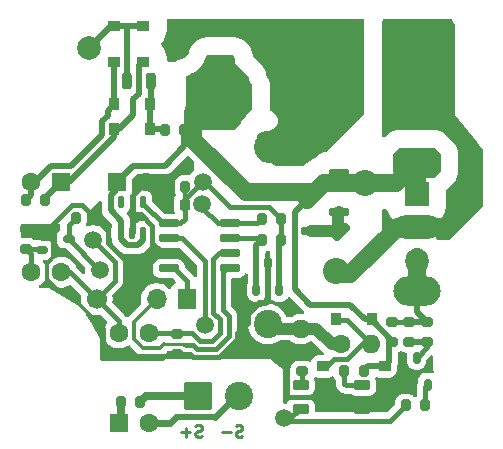
<source format=gbr>
%TF.GenerationSoftware,KiCad,Pcbnew,9.0.2-9.0.2-0~ubuntu24.04.1*%
%TF.CreationDate,2025-05-26T21:32:44+03:00*%
%TF.ProjectId,PCutSpeedCTRL,50437574-5370-4656-9564-4354524c2e6b,V01*%
%TF.SameCoordinates,PX5f5e100PY5f5e100*%
%TF.FileFunction,Copper,L2,Bot*%
%TF.FilePolarity,Positive*%
%FSLAX46Y46*%
G04 Gerber Fmt 4.6, Leading zero omitted, Abs format (unit mm)*
G04 Created by KiCad (PCBNEW 9.0.2-9.0.2-0~ubuntu24.04.1) date 2025-05-26 21:32:44*
%MOMM*%
%LPD*%
G01*
G04 APERTURE LIST*
G04 Aperture macros list*
%AMRoundRect*
0 Rectangle with rounded corners*
0 $1 Rounding radius*
0 $2 $3 $4 $5 $6 $7 $8 $9 X,Y pos of 4 corners*
0 Add a 4 corners polygon primitive as box body*
4,1,4,$2,$3,$4,$5,$6,$7,$8,$9,$2,$3,0*
0 Add four circle primitives for the rounded corners*
1,1,$1+$1,$2,$3*
1,1,$1+$1,$4,$5*
1,1,$1+$1,$6,$7*
1,1,$1+$1,$8,$9*
0 Add four rect primitives between the rounded corners*
20,1,$1+$1,$2,$3,$4,$5,0*
20,1,$1+$1,$4,$5,$6,$7,0*
20,1,$1+$1,$6,$7,$8,$9,0*
20,1,$1+$1,$8,$9,$2,$3,0*%
%AMOutline5P*
0 Free polygon, 5 corners , with rotation*
0 The origin of the aperture is its center*
0 number of corners: always 5*
0 $1 to $10 corner X, Y*
0 $11 Rotation angle, in degrees counterclockwise*
0 create outline with 5 corners*
4,1,5,$1,$2,$3,$4,$5,$6,$7,$8,$9,$10,$1,$2,$11*%
%AMOutline6P*
0 Free polygon, 6 corners , with rotation*
0 The origin of the aperture is its center*
0 number of corners: always 6*
0 $1 to $12 corner X, Y*
0 $13 Rotation angle, in degrees counterclockwise*
0 create outline with 6 corners*
4,1,6,$1,$2,$3,$4,$5,$6,$7,$8,$9,$10,$11,$12,$1,$2,$13*%
%AMOutline7P*
0 Free polygon, 7 corners , with rotation*
0 The origin of the aperture is its center*
0 number of corners: always 7*
0 $1 to $14 corner X, Y*
0 $15 Rotation angle, in degrees counterclockwise*
0 create outline with 7 corners*
4,1,7,$1,$2,$3,$4,$5,$6,$7,$8,$9,$10,$11,$12,$13,$14,$1,$2,$15*%
%AMOutline8P*
0 Free polygon, 8 corners , with rotation*
0 The origin of the aperture is its center*
0 number of corners: always 8*
0 $1 to $16 corner X, Y*
0 $17 Rotation angle, in degrees counterclockwise*
0 create outline with 8 corners*
4,1,8,$1,$2,$3,$4,$5,$6,$7,$8,$9,$10,$11,$12,$13,$14,$15,$16,$1,$2,$17*%
G04 Aperture macros list end*
%ADD10C,0.240000*%
%TA.AperFunction,NonConductor*%
%ADD11C,0.240000*%
%TD*%
%TA.AperFunction,ComponentPad*%
%ADD12RoundRect,0.250000X-0.550000X0.550000X-0.550000X-0.550000X0.550000X-0.550000X0.550000X0.550000X0*%
%TD*%
%TA.AperFunction,ComponentPad*%
%ADD13C,1.600000*%
%TD*%
%TA.AperFunction,ComponentPad*%
%ADD14Outline8P,-1.250000X1.500000X-0.750000X2.000000X0.750000X2.000000X1.250000X1.500000X1.250000X-1.500000X0.750000X-2.000000X-0.750000X-2.000000X-1.250000X-1.500000X270.000000*%
%TD*%
%TA.AperFunction,ComponentPad*%
%ADD15R,2.000000X2.100000*%
%TD*%
%TA.AperFunction,ComponentPad*%
%ADD16O,4.000000X2.000000*%
%TD*%
%TA.AperFunction,ComponentPad*%
%ADD17O,2.000000X2.100000*%
%TD*%
%TA.AperFunction,ComponentPad*%
%ADD18O,4.000000X2.500000*%
%TD*%
%TA.AperFunction,ComponentPad*%
%ADD19C,2.200000*%
%TD*%
%TA.AperFunction,ComponentPad*%
%ADD20R,1.600000X1.700000*%
%TD*%
%TA.AperFunction,ComponentPad*%
%ADD21O,1.700000X1.700000*%
%TD*%
%TA.AperFunction,ComponentPad*%
%ADD22C,1.700000*%
%TD*%
%TA.AperFunction,ComponentPad*%
%ADD23RoundRect,0.250000X0.550000X-0.550000X0.550000X0.550000X-0.550000X0.550000X-0.550000X-0.550000X0*%
%TD*%
%TA.AperFunction,ComponentPad*%
%ADD24RoundRect,0.250001X-0.949999X-0.949999X0.949999X-0.949999X0.949999X0.949999X-0.949999X0.949999X0*%
%TD*%
%TA.AperFunction,ComponentPad*%
%ADD25C,2.400000*%
%TD*%
%TA.AperFunction,ComponentPad*%
%ADD26RoundRect,0.250000X-1.000000X-1.000000X1.000000X-1.000000X1.000000X1.000000X-1.000000X1.000000X0*%
%TD*%
%TA.AperFunction,ComponentPad*%
%ADD27C,2.500000*%
%TD*%
%TA.AperFunction,ComponentPad*%
%ADD28O,1.600000X1.600000*%
%TD*%
%TA.AperFunction,ComponentPad*%
%ADD29R,1.600000X1.600000*%
%TD*%
%TA.AperFunction,ComponentPad*%
%ADD30C,2.000000*%
%TD*%
%TA.AperFunction,SMDPad,CuDef*%
%ADD31RoundRect,0.204545X-0.245455X-0.345455X0.245455X-0.345455X0.245455X0.345455X-0.245455X0.345455X0*%
%TD*%
%TA.AperFunction,SMDPad,CuDef*%
%ADD32RoundRect,0.225000X0.225000X0.250000X-0.225000X0.250000X-0.225000X-0.250000X0.225000X-0.250000X0*%
%TD*%
%TA.AperFunction,SMDPad,CuDef*%
%ADD33RoundRect,0.200000X0.200000X0.275000X-0.200000X0.275000X-0.200000X-0.275000X0.200000X-0.275000X0*%
%TD*%
%TA.AperFunction,SMDPad,CuDef*%
%ADD34RoundRect,0.204545X0.345455X-0.245455X0.345455X0.245455X-0.345455X0.245455X-0.345455X-0.245455X0*%
%TD*%
%TA.AperFunction,SMDPad,CuDef*%
%ADD35RoundRect,0.166667X-0.648181X-0.353553X-0.353553X-0.648181X0.648181X0.353553X0.353553X0.648181X0*%
%TD*%
%TA.AperFunction,SMDPad,CuDef*%
%ADD36RoundRect,0.200000X-0.200000X-0.275000X0.200000X-0.275000X0.200000X0.275000X-0.200000X0.275000X0*%
%TD*%
%TA.AperFunction,SMDPad,CuDef*%
%ADD37RoundRect,0.204545X-0.345455X0.245455X-0.345455X-0.245455X0.345455X-0.245455X0.345455X0.245455X0*%
%TD*%
%TA.AperFunction,SMDPad,CuDef*%
%ADD38RoundRect,0.195122X0.204878X0.504878X-0.204878X0.504878X-0.204878X-0.504878X0.204878X-0.504878X0*%
%TD*%
%TA.AperFunction,SMDPad,CuDef*%
%ADD39RoundRect,0.200000X0.275000X-0.200000X0.275000X0.200000X-0.275000X0.200000X-0.275000X-0.200000X0*%
%TD*%
%TA.AperFunction,SMDPad,CuDef*%
%ADD40RoundRect,0.200000X-0.275000X0.200000X-0.275000X-0.200000X0.275000X-0.200000X0.275000X0.200000X0*%
%TD*%
%TA.AperFunction,SMDPad,CuDef*%
%ADD41RoundRect,0.200000X-0.500000X0.200000X-0.500000X-0.200000X0.500000X-0.200000X0.500000X0.200000X0*%
%TD*%
%TA.AperFunction,SMDPad,CuDef*%
%ADD42RoundRect,0.166667X-0.708333X0.208333X-0.708333X-0.208333X0.708333X-0.208333X0.708333X0.208333X0*%
%TD*%
%TA.AperFunction,SMDPad,CuDef*%
%ADD43RoundRect,0.137500X-0.137500X0.362500X-0.137500X-0.362500X0.137500X-0.362500X0.137500X0.362500X0*%
%TD*%
%TA.AperFunction,SMDPad,CuDef*%
%ADD44RoundRect,0.150000X-0.150000X0.350000X-0.150000X-0.350000X0.150000X-0.350000X0.150000X0.350000X0*%
%TD*%
%TA.AperFunction,SMDPad,CuDef*%
%ADD45RoundRect,0.150000X0.725000X0.150000X-0.725000X0.150000X-0.725000X-0.150000X0.725000X-0.150000X0*%
%TD*%
%TA.AperFunction,SMDPad,CuDef*%
%ADD46RoundRect,0.204545X0.245455X0.345455X-0.245455X0.345455X-0.245455X-0.345455X0.245455X-0.345455X0*%
%TD*%
%TA.AperFunction,SMDPad,CuDef*%
%ADD47RoundRect,0.200000X0.500000X-0.200000X0.500000X0.200000X-0.500000X0.200000X-0.500000X-0.200000X0*%
%TD*%
%TA.AperFunction,SMDPad,CuDef*%
%ADD48RoundRect,0.150000X0.350000X0.150000X-0.350000X0.150000X-0.350000X-0.150000X0.350000X-0.150000X0*%
%TD*%
%TA.AperFunction,ViaPad*%
%ADD49C,1.500000*%
%TD*%
%TA.AperFunction,Conductor*%
%ADD50C,0.400000*%
%TD*%
%TA.AperFunction,Conductor*%
%ADD51C,0.300000*%
%TD*%
%TA.AperFunction,Conductor*%
%ADD52C,0.500000*%
%TD*%
%TA.AperFunction,Conductor*%
%ADD53C,0.350000*%
%TD*%
%TA.AperFunction,Conductor*%
%ADD54C,1.500000*%
%TD*%
%TA.AperFunction,Conductor*%
%ADD55C,0.260000*%
%TD*%
%TA.AperFunction,Conductor*%
%ADD56C,1.000000*%
%TD*%
%TA.AperFunction,Conductor*%
%ADD57C,0.700000*%
%TD*%
%TA.AperFunction,Conductor*%
%ADD58C,0.600000*%
%TD*%
G04 APERTURE END LIST*
D10*
D11*
X-5548371Y-17717520D02*
X-5691228Y-17765139D01*
X-5691228Y-17765139D02*
X-5929323Y-17765139D01*
X-5929323Y-17765139D02*
X-6024561Y-17717520D01*
X-6024561Y-17717520D02*
X-6072180Y-17669900D01*
X-6072180Y-17669900D02*
X-6119799Y-17574662D01*
X-6119799Y-17574662D02*
X-6119799Y-17479424D01*
X-6119799Y-17479424D02*
X-6072180Y-17384186D01*
X-6072180Y-17384186D02*
X-6024561Y-17336567D01*
X-6024561Y-17336567D02*
X-5929323Y-17288948D01*
X-5929323Y-17288948D02*
X-5738847Y-17241329D01*
X-5738847Y-17241329D02*
X-5643609Y-17193710D01*
X-5643609Y-17193710D02*
X-5595990Y-17146091D01*
X-5595990Y-17146091D02*
X-5548371Y-17050853D01*
X-5548371Y-17050853D02*
X-5548371Y-16955615D01*
X-5548371Y-16955615D02*
X-5595990Y-16860377D01*
X-5595990Y-16860377D02*
X-5643609Y-16812758D01*
X-5643609Y-16812758D02*
X-5738847Y-16765139D01*
X-5738847Y-16765139D02*
X-5976942Y-16765139D01*
X-5976942Y-16765139D02*
X-6119799Y-16812758D01*
X-6548371Y-17384186D02*
X-7310275Y-17384186D01*
X-6929323Y-17765139D02*
X-6929323Y-17003234D01*
D10*
D11*
X-2148371Y-17717520D02*
X-2291228Y-17765139D01*
X-2291228Y-17765139D02*
X-2529323Y-17765139D01*
X-2529323Y-17765139D02*
X-2624561Y-17717520D01*
X-2624561Y-17717520D02*
X-2672180Y-17669900D01*
X-2672180Y-17669900D02*
X-2719799Y-17574662D01*
X-2719799Y-17574662D02*
X-2719799Y-17479424D01*
X-2719799Y-17479424D02*
X-2672180Y-17384186D01*
X-2672180Y-17384186D02*
X-2624561Y-17336567D01*
X-2624561Y-17336567D02*
X-2529323Y-17288948D01*
X-2529323Y-17288948D02*
X-2338847Y-17241329D01*
X-2338847Y-17241329D02*
X-2243609Y-17193710D01*
X-2243609Y-17193710D02*
X-2195990Y-17146091D01*
X-2195990Y-17146091D02*
X-2148371Y-17050853D01*
X-2148371Y-17050853D02*
X-2148371Y-16955615D01*
X-2148371Y-16955615D02*
X-2195990Y-16860377D01*
X-2195990Y-16860377D02*
X-2243609Y-16812758D01*
X-2243609Y-16812758D02*
X-2338847Y-16765139D01*
X-2338847Y-16765139D02*
X-2576942Y-16765139D01*
X-2576942Y-16765139D02*
X-2719799Y-16812758D01*
X-3148371Y-17384186D02*
X-3910275Y-17384186D01*
D12*
%TO.P,U1,1*%
%TO.N,Net-(D1-K)*%
X-17460000Y3800000D03*
D13*
%TO.P,U1,2*%
%TO.N,Net-(D2-A)*%
X-20000000Y3800000D03*
%TO.P,U1,3*%
%TO.N,Net-(Q3-G)*%
X-20000000Y-3820000D03*
%TO.P,U1,4*%
%TO.N,+3V3*%
X-17460000Y-3820000D03*
%TD*%
D14*
%TO.P,Q1,1,A1*%
%TO.N,/ac1*%
X12600000Y5450000D03*
D15*
X12600000Y2840000D03*
D16*
%TO.P,Q1,2,A2*%
%TO.N,/load*%
X12600000Y0D03*
D17*
%TO.P,Q1,3,G*%
%TO.N,Net-(Q1-G)*%
X12600000Y-2840000D03*
D18*
X12600000Y-5450000D03*
%TD*%
D19*
%TO.P,RV1,1*%
%TO.N,/load*%
X5800000Y-3750000D03*
%TO.P,RV1,2*%
%TO.N,/ac1*%
X8200000Y3750000D03*
%TD*%
D20*
%TO.P,J3,1,Pin_1*%
%TO.N,/TX*%
X-6860000Y-6100000D03*
D21*
%TO.P,J3,2,Pin_2*%
%TO.N,/SWIO*%
X-9400000Y-6100000D03*
D22*
%TO.P,J3,3,Pin_3*%
%TO.N,GND*%
X-11940000Y-6100000D03*
%TO.P,J3,4,Pin_4*%
%TO.N,+3V3*%
X-14480000Y-6100000D03*
%TD*%
D23*
%TO.P,U2,1*%
%TO.N,Net-(R16-Pad2)*%
X-12600000Y-16600000D03*
D13*
%TO.P,U2,2*%
%TO.N,Net-(J4-Pin_2)*%
X-10060000Y-16600000D03*
%TO.P,U2,3*%
%TO.N,/IC_PWM*%
X-10060000Y-8980000D03*
%TO.P,U2,4*%
%TO.N,+3V3*%
X-12600000Y-8980000D03*
%TD*%
D24*
%TO.P,J4,1,Pin_1*%
%TO.N,Net-(J4-Pin_1)*%
X-5900000Y-14300000D03*
D25*
%TO.P,J4,2,Pin_2*%
%TO.N,Net-(J4-Pin_2)*%
X-2400000Y-14300000D03*
%TD*%
D26*
%TO.P,J1,1,Pin_1*%
%TO.N,/ac1*%
X-4000000Y13332500D03*
D27*
%TO.P,J1,2,Pin_2*%
%TO.N,/ntr*%
X1080000Y13332500D03*
%TD*%
D13*
%TO.P,R1,1*%
%TO.N,/ntr*%
X2800000Y6600000D03*
D28*
%TO.P,R1,2*%
%TO.N,Net-(C3-Pad2)*%
X2800000Y-8640000D03*
%TD*%
D25*
%TO.P,C3,1*%
%TO.N,/ntr*%
X0Y6800000D03*
%TO.P,C3,2*%
%TO.N,Net-(C3-Pad2)*%
X0Y-8200000D03*
%TD*%
D29*
%TO.P,C2,1*%
%TO.N,/ac1*%
X-12800000Y3800000D03*
D13*
%TO.P,C2,2*%
%TO.N,GND*%
X-10300000Y3800000D03*
%TD*%
%TO.P,R2,1*%
%TO.N,Net-(C3-Pad2)*%
X6200000Y-9900000D03*
D28*
%TO.P,R2,2*%
%TO.N,Net-(D4-A)*%
X8740000Y-9900000D03*
%TD*%
D26*
%TO.P,J2,1,Pin_1*%
%TO.N,/ntr*%
X6400000Y13332500D03*
D27*
%TO.P,J2,2,Pin_2*%
%TO.N,/load*%
X11480000Y13332500D03*
%TD*%
D30*
%TO.P,C1,1*%
%TO.N,/ntr*%
X-7600000Y15200000D03*
%TO.P,C1,2*%
%TO.N,Net-(D1-A)*%
X-15100000Y15200000D03*
%TD*%
D31*
%TO.P,D7,1,K*%
%TO.N,Net-(D6-A)*%
X-10000000Y10400000D03*
%TO.P,D7,2,A*%
%TO.N,Net-(D2-A)*%
X-13000000Y10400000D03*
%TD*%
D32*
%TO.P,C6,1*%
%TO.N,GND*%
X-8575000Y1900000D03*
%TO.P,C6,2*%
%TO.N,+3V3*%
X-7025000Y1900000D03*
%TD*%
D33*
%TO.P,C9,1*%
%TO.N,/EXTI_ZC*%
X-16225000Y800000D03*
%TO.P,C9,2*%
%TO.N,GND*%
X-14575000Y800000D03*
%TD*%
D34*
%TO.P,D2,1,K*%
%TO.N,Net-(D1-A)*%
X-13046990Y17000000D03*
%TO.P,D2,2,A*%
%TO.N,Net-(D2-A)*%
X-13046990Y14000000D03*
%TD*%
D35*
%TO.P,C8,1*%
%TO.N,/load*%
X8566726Y-2766726D03*
%TO.P,C8,2*%
%TO.N,Net-(C8-Pad2)*%
X6233274Y-433274D03*
%TD*%
D36*
%TO.P,R14,1*%
%TO.N,Net-(D1-K)*%
X-18825000Y2250000D03*
%TO.P,R14,2*%
%TO.N,Net-(D2-A)*%
X-20475000Y2250000D03*
%TD*%
D37*
%TO.P,D1,1,K*%
%TO.N,Net-(D1-K)*%
X-10600000Y14000000D03*
%TO.P,D1,2,A*%
%TO.N,Net-(D1-A)*%
X-10600000Y17000000D03*
%TD*%
D38*
%TO.P,C4,1*%
%TO.N,Net-(D1-A)*%
X-11900000Y12400000D03*
%TO.P,C4,2*%
%TO.N,Net-(D6-A)*%
X-9900000Y12400000D03*
%TD*%
D36*
%TO.P,R7,1*%
%TO.N,+3V3*%
X1125000Y700000D03*
%TO.P,R7,2*%
%TO.N,/EXTI_ZC*%
X-525000Y700000D03*
%TD*%
D31*
%TO.P,D4,1,K*%
%TO.N,/ac1*%
X8800000Y-7800000D03*
%TO.P,D4,2,A*%
%TO.N,Net-(D4-A)*%
X5800000Y-7800000D03*
%TD*%
D39*
%TO.P,R11,1*%
%TO.N,GND*%
X2900000Y-10575000D03*
%TO.P,R11,2*%
%TO.N,Net-(D8-K)*%
X2900000Y-12225000D03*
%TD*%
D40*
%TO.P,R13,1*%
%TO.N,Net-(Q3-G)*%
X-20462500Y-1825000D03*
%TO.P,R13,2*%
%TO.N,GND*%
X-20462500Y-175000D03*
%TD*%
D34*
%TO.P,D5,1,K*%
%TO.N,Net-(D4-A)*%
X4700000Y-11800000D03*
%TO.P,D5,2,A*%
%TO.N,GND*%
X4700000Y-14800000D03*
%TD*%
%TO.P,D3,1,K*%
%TO.N,/ac1*%
X9900000Y-11800000D03*
%TO.P,D3,2,A*%
%TO.N,GND*%
X9900000Y-14800000D03*
%TD*%
D33*
%TO.P,R12,1*%
%TO.N,Net-(D9-A)*%
X6475000Y-12200000D03*
%TO.P,R12,2*%
%TO.N,/ac1*%
X8125000Y-12200000D03*
%TD*%
D39*
%TO.P,R6,1*%
%TO.N,/IC_PWM*%
X-7700000Y-9075000D03*
%TO.P,R6,2*%
%TO.N,GND*%
X-7700000Y-10725000D03*
%TD*%
D41*
%TO.P,D9,1,K*%
%TO.N,GND*%
X8000000Y-15400000D03*
%TO.P,D9,2,A*%
%TO.N,Net-(D9-A)*%
X8000000Y-13400000D03*
%TD*%
D36*
%TO.P,R16,1*%
%TO.N,Net-(J4-Pin_1)*%
X-10775000Y-14800000D03*
%TO.P,R16,2*%
%TO.N,Net-(R16-Pad2)*%
X-12425000Y-14800000D03*
%TD*%
D33*
%TO.P,R15,1*%
%TO.N,/o_Triac1*%
X11675000Y-15100000D03*
%TO.P,R15,2*%
%TO.N,Net-(Q2-B)*%
X13325000Y-15100000D03*
%TD*%
D42*
%TO.P,R5,1*%
%TO.N,Net-(C8-Pad2)*%
X3700000Y-350000D03*
%TO.P,R5,2*%
%TO.N,/ac1*%
X3700000Y2950000D03*
%TD*%
%TO.P,R4,1*%
%TO.N,Net-(C8-Pad2)*%
X6000000Y1250000D03*
%TO.P,R4,2*%
%TO.N,/ac1*%
X6000000Y4550000D03*
%TD*%
D40*
%TO.P,R3,1*%
%TO.N,Net-(Q2-C)*%
X12000000Y-9725000D03*
%TO.P,R3,2*%
%TO.N,Net-(Q1-G)*%
X12000000Y-8075000D03*
%TD*%
D43*
%TO.P,U5,1,VIN*%
%TO.N,/ac1*%
X-10550000Y-500000D03*
%TO.P,U5,2,GND*%
%TO.N,GND*%
X-11500000Y-500000D03*
%TO.P,U5,3,CE*%
%TO.N,/ac1*%
X-12450000Y-500000D03*
%TO.P,U5,4,NC*%
%TO.N,unconnected-(U5-NC-Pad4)*%
X-12450000Y2100000D03*
%TO.P,U5,5,VOUT*%
%TO.N,+3V3*%
X-10550000Y2100000D03*
%TD*%
D44*
%TO.P,Q2,1,B*%
%TO.N,Net-(Q2-B)*%
X13550000Y-13337500D03*
%TO.P,Q2,2,E*%
%TO.N,GND*%
X11650000Y-13337500D03*
%TO.P,Q2,3,C*%
%TO.N,Net-(Q2-C)*%
X12600000Y-11062500D03*
%TD*%
D45*
%TO.P,U3,1,PD6/A6/URX/T2CH3_/UTX_*%
%TO.N,/TX*%
X-8375000Y-3505000D03*
%TO.P,U3,2,VSS*%
%TO.N,GND*%
X-8375000Y-2235000D03*
%TO.P,U3,3,PA2/OSCO/A0/T1CH2N/OPP0/AETR2_*%
%TO.N,/o_Triac1*%
X-8375000Y-965000D03*
%TO.P,U3,4,VDD*%
%TO.N,+3V3*%
X-8375000Y305000D03*
%TO.P,U3,5,PC1/SDA/NSS/T2CH4_/T2CH1ETR_/T1BKIN_/URX_*%
%TO.N,/EXTI_ZC*%
X-3225000Y305000D03*
%TO.P,U3,6,PC2/SCL/URTS/T1BKIN*%
%TO.N,/IC_ENCODER*%
X-3225000Y-965000D03*
%TO.P,U3,7,PC4/A2/T1CH4/MCO/T1CH1CH2N_*%
%TO.N,/IC_PWM*%
X-3225000Y-2235000D03*
%TO.P,U3,8,PD4/A7/UCK/T2CH1ETR/OPO/T1CH4ETR_*%
%TO.N,/SWIO*%
X-3225000Y-3505000D03*
%TD*%
D44*
%TO.P,U4,1,VCC*%
%TO.N,+3V3*%
X950000Y-5337500D03*
%TO.P,U4,2,OUT*%
%TO.N,/IC_ENCODER*%
X-950000Y-5337500D03*
%TO.P,U4,3,GND*%
%TO.N,GND*%
X0Y-3062500D03*
%TD*%
D40*
%TO.P,R10,1*%
%TO.N,Net-(Q2-C)*%
X13500000Y-9725000D03*
%TO.P,R10,2*%
%TO.N,Net-(Q1-G)*%
X13500000Y-8075000D03*
%TD*%
D46*
%TO.P,D6,1,K*%
%TO.N,Net-(D1-K)*%
X-13000000Y8300000D03*
%TO.P,D6,2,A*%
%TO.N,Net-(D6-A)*%
X-10000000Y8300000D03*
%TD*%
D33*
%TO.P,C5,1*%
%TO.N,GND*%
X-8625000Y3400000D03*
%TO.P,C5,2*%
%TO.N,+3V3*%
X-6975000Y3400000D03*
%TD*%
%TO.P,R8,1*%
%TO.N,/IC_ENCODER*%
X-525000Y-1100000D03*
%TO.P,R8,2*%
%TO.N,+3V3*%
X1125000Y-1100000D03*
%TD*%
D36*
%TO.P,R9,1*%
%TO.N,/ac1*%
X-7075000Y8200000D03*
%TO.P,R9,2*%
%TO.N,Net-(D6-A)*%
X-8725000Y8200000D03*
%TD*%
D47*
%TO.P,D8,1,K*%
%TO.N,Net-(D8-K)*%
X2800000Y-13400000D03*
%TO.P,D8,2,A*%
%TO.N,/o_Triac1*%
X2800000Y-15400000D03*
%TD*%
D39*
%TO.P,C7,1*%
%TO.N,Net-(Q1-G)*%
X10500000Y-8075000D03*
%TO.P,C7,2*%
%TO.N,/ac1*%
X10500000Y-9725000D03*
%TD*%
D48*
%TO.P,Q3,1,G*%
%TO.N,Net-(Q3-G)*%
X-19137500Y-1950000D03*
%TO.P,Q3,2,S*%
%TO.N,GND*%
X-19137500Y-50000D03*
%TO.P,Q3,3,D*%
%TO.N,/EXTI_ZC*%
X-16862500Y-1000000D03*
%TD*%
D49*
%TO.N,+3V3*%
X-5500000Y3800000D03*
X-14800000Y-1100000D03*
%TO.N,/EXTI_ZC*%
X-5535000Y1989849D03*
X-14200000Y-3600000D03*
%TO.N,/o_Triac1*%
X-5294546Y-8305453D03*
X1400000Y-16200000D03*
%TD*%
D50*
%TO.N,GND*%
X1680228Y-10400000D02*
X1609000Y-10471228D01*
D51*
X-7800000Y-10625000D02*
X-8200000Y-10625000D01*
D50*
X-841832Y-6540000D02*
X-1690000Y-7388168D01*
X-2578000Y-8980586D02*
X-2578000Y-9486069D01*
D52*
X-10900000Y-5060000D02*
X-10900000Y-4000000D01*
D50*
X-11400000Y-400000D02*
X-11500000Y-500000D01*
X-4114761Y-11020000D02*
X-2998760Y-9904000D01*
D52*
X9900000Y-13831122D02*
X9900000Y-14800000D01*
D50*
X-2578000Y-9486069D02*
X-3248673Y-10156741D01*
X8225000Y-15000000D02*
X9700000Y-15000000D01*
X-1396000Y-9904000D02*
X-900000Y-10400000D01*
X-18550000Y-50000D02*
X-19137500Y-50000D01*
X-9758999Y-1366669D02*
X-9758999Y101643D01*
D51*
X-8475000Y-10900000D02*
X-13117520Y-10900000D01*
D50*
X-8375000Y-2235000D02*
X-8890668Y-2235000D01*
D52*
X-159000Y-6459000D02*
X-721146Y-6459000D01*
X-8575000Y3275000D02*
X-9200000Y3900000D01*
D51*
X-18146500Y-2546500D02*
X-18146500Y-1041000D01*
D50*
X-10125000Y3900000D02*
X-10181188Y3900000D01*
X9900000Y-14117236D02*
X9900000Y-14800000D01*
D51*
X-18701000Y-4392040D02*
X-18701000Y-3101000D01*
D50*
X-7700000Y-10725000D02*
X-6580240Y-10725000D01*
D52*
X-721146Y-6459000D02*
X-747814Y-6485668D01*
D50*
X-693482Y-6540000D02*
X-841832Y-6540000D01*
X8817236Y-15200000D02*
X9900000Y-14117236D01*
X-1690000Y-7388168D02*
X-1690000Y-8092586D01*
X-10181188Y3900000D02*
X-11400000Y2681188D01*
X-8375000Y-2235000D02*
X-9135000Y-2235000D01*
D51*
X-13900000Y-10117520D02*
X-13900000Y-8600000D01*
D52*
X-8575000Y1900000D02*
X-8575000Y3275000D01*
D50*
X-13560000Y-1364193D02*
X-13560000Y-240000D01*
D51*
X-13117520Y-10900000D02*
X-13900000Y-10117520D01*
D50*
X-9758999Y101643D02*
X-10757356Y1100000D01*
D52*
X-9300000Y3800000D02*
X-10300000Y3800000D01*
D50*
X1709000Y-14409000D02*
X4309000Y-14409000D01*
X-20462500Y-175000D02*
X-19062500Y-175000D01*
X-900000Y-10400000D02*
X1680228Y-10400000D01*
D52*
X-11940000Y-6100000D02*
X-10900000Y-5060000D01*
X11650000Y-13337500D02*
X10393622Y-13337500D01*
D50*
X-9135000Y-2235000D02*
X-10900000Y-4000000D01*
X4309000Y-14409000D02*
X4700000Y-14800000D01*
X-6285241Y-11019999D02*
X-4114761Y-11020000D01*
X-10900000Y-4000000D02*
X-10924193Y-4000000D01*
X1609000Y-14309000D02*
X1709000Y-14409000D01*
D52*
X0Y-6300000D02*
X-159000Y-6459000D01*
D51*
X-8200000Y-10625000D02*
X-8475000Y-10900000D01*
D50*
X4700000Y-14800000D02*
X5100000Y-15200000D01*
X9700000Y-15000000D02*
X9900000Y-14800000D01*
X-8890668Y-2235000D02*
X-9758999Y-1366669D01*
D52*
X-9200000Y3900000D02*
X-9300000Y3800000D01*
D51*
X-17793040Y-5300000D02*
X-18701000Y-4392040D01*
D50*
X-11400000Y2681188D02*
X-11400000Y-400000D01*
X-2998760Y-9904000D02*
X-1396000Y-9904000D01*
X-15700000Y1900000D02*
X-16600000Y1900000D01*
D51*
X-18146500Y-1041000D02*
X-19137500Y-50000D01*
D50*
X-16600000Y1900000D02*
X-18550000Y-50000D01*
X-1690000Y-8092586D02*
X-2578000Y-8980586D01*
D53*
X-13900000Y-8600000D02*
X-17200000Y-5300000D01*
D50*
X-11500000Y-400001D02*
X-11500000Y-500000D01*
D52*
X0Y-3062500D02*
X0Y-6300000D01*
D50*
X-10924193Y-4000000D02*
X-13560000Y-1364193D01*
D51*
X-17200000Y-5300000D02*
X-17793040Y-5300000D01*
D50*
X-6580240Y-10725000D02*
X-6285241Y-11019999D01*
X5100000Y-15200000D02*
X8817236Y-15200000D01*
X-13560000Y-240000D02*
X-15700000Y1900000D01*
D51*
X-18701000Y-3101000D02*
X-18146500Y-2546500D01*
D50*
X-10757356Y1100000D02*
X-11400000Y1100000D01*
D52*
X10393622Y-13337500D02*
X9900000Y-13831122D01*
D50*
X1609000Y-10471228D02*
X1609000Y-14309000D01*
D52*
%TO.N,Net-(D1-K)*%
X-18825000Y2250000D02*
X-18825000Y2435000D01*
X-17460000Y3800000D02*
X-16800000Y3800000D01*
X-10600000Y14000000D02*
X-10900000Y13700000D01*
X-10900000Y11300000D02*
X-11400000Y10800000D01*
X-10900000Y13700000D02*
X-10900000Y11300000D01*
X-11400000Y10800000D02*
X-11400000Y9500000D01*
X-18825000Y2435000D02*
X-17460000Y3800000D01*
X-12600000Y8300000D02*
X-13000000Y8300000D01*
X-13000000Y7600000D02*
X-13000000Y8300000D01*
X-16800000Y3800000D02*
X-13000000Y7600000D01*
X-11400000Y9500000D02*
X-12600000Y8300000D01*
D54*
%TO.N,Net-(Q1-G)*%
X12600000Y-2540000D02*
X12600000Y-5450000D01*
D52*
X13500000Y-8075000D02*
X12000000Y-8075000D01*
X12600000Y-5450000D02*
X12600000Y-7175000D01*
X12000000Y-8075000D02*
X11999999Y-8074999D01*
X12600000Y-7175000D02*
X13500000Y-8075000D01*
D50*
X12600000Y-5450000D02*
X13275000Y-6125000D01*
X10500000Y-8075000D02*
X11999999Y-8074999D01*
D52*
%TO.N,Net-(D2-A)*%
X-13000000Y10400000D02*
X-13559938Y9840062D01*
X-20000000Y2725000D02*
X-20000000Y3800000D01*
X-13991000Y8959938D02*
X-13991000Y7809000D01*
X-20475000Y2250000D02*
X-20000000Y2725000D01*
X-13000000Y13614701D02*
X-13000000Y10400000D01*
X-13991000Y7809000D02*
X-16659000Y5141000D01*
X-13046990Y13661691D02*
X-13000000Y13614701D01*
X-13559938Y9391000D02*
X-13991000Y8959938D01*
X-13559938Y9840062D02*
X-13559938Y9391000D01*
X-19685570Y3800000D02*
X-20000000Y3800000D01*
X-16659000Y5141000D02*
X-18344570Y5141000D01*
X-18344570Y5141000D02*
X-19685570Y3800000D01*
X-13046990Y14000000D02*
X-13046990Y13661691D01*
D50*
%TO.N,/TX*%
X-6860000Y-6100000D02*
X-6860000Y-4540000D01*
X-7895000Y-3505000D02*
X-8375000Y-3505000D01*
X-6860000Y-4540000D02*
X-7895000Y-3505000D01*
D51*
%TO.N,/SWIO*%
X-10574040Y-10221000D02*
X-9121000Y-10221000D01*
D55*
X-8799999Y-9899999D02*
X-7561813Y-9899999D01*
X-7066232Y-10000000D02*
X-6900000Y-10000000D01*
D50*
X-3800000Y-3790000D02*
X-3515000Y-3505000D01*
D55*
X-7162232Y-9904000D02*
X-7066232Y-10000000D01*
D50*
X-3800000Y-7000000D02*
X-3800000Y-3790000D01*
D55*
X-7561813Y-9899999D02*
X-7557812Y-9904000D01*
D51*
X-9121000Y-10221000D02*
X-8799999Y-9899999D01*
D50*
X-3515000Y-3505000D02*
X-3225000Y-3505000D01*
X-6329432Y-10000000D02*
X-5999433Y-10330000D01*
D51*
X-11301000Y-8001000D02*
X-11301000Y-9494040D01*
D50*
X-3270000Y-7530000D02*
X-3800000Y-7000000D01*
X-4400568Y-10330000D02*
X-3270000Y-9199433D01*
D51*
X-9400000Y-6100000D02*
X-11301000Y-8001000D01*
X-11301000Y-9494040D02*
X-10574040Y-10221000D01*
D50*
X-5999433Y-10330000D02*
X-4400568Y-10330000D01*
X-3270000Y-9199433D02*
X-3270000Y-7530000D01*
D55*
X-7557812Y-9904000D02*
X-7162232Y-9904000D01*
D50*
X-6900000Y-10000000D02*
X-6329432Y-10000000D01*
%TO.N,+3V3*%
X-8654332Y300000D02*
X-8380000Y300000D01*
X-3218997Y1709000D02*
X-5309997Y3800000D01*
X-7025000Y2375000D02*
X-5600000Y3800000D01*
X-12960000Y-4580000D02*
X-12960000Y-2940000D01*
D51*
X-7000000Y1925000D02*
X-7025000Y1900000D01*
D50*
X-12960000Y-2940000D02*
X-14800000Y-1100000D01*
X-17460000Y-3820000D02*
X-17460000Y-3484192D01*
D52*
X950000Y-5337500D02*
X950000Y-1275000D01*
D50*
X-16760000Y-3820000D02*
X-12600000Y-7980000D01*
D52*
X950000Y-1275000D02*
X1125000Y-1100000D01*
D50*
X1125000Y700000D02*
X116000Y1709000D01*
X1000000Y600000D02*
X1125000Y475000D01*
X-8905000Y305000D02*
X-8375000Y305000D01*
X-5600000Y3800000D02*
X-5500000Y3800000D01*
X-7395000Y305000D02*
X-8375000Y305000D01*
X-8380000Y300000D02*
X-8375000Y305000D01*
X-7025000Y675000D02*
X-7395000Y305000D01*
X-5309997Y3800000D02*
X-5500000Y3800000D01*
X1125000Y475000D02*
X1125000Y-1100000D01*
X-7025000Y1900000D02*
X-7025000Y675000D01*
X-7025000Y1900000D02*
X-7025000Y2375000D01*
X-10550000Y1950000D02*
X-8905000Y305000D01*
X-14480000Y-6100000D02*
X-12960000Y-4580000D01*
X116000Y1709000D02*
X-3218997Y1709000D01*
X-12600000Y-7980000D02*
X-12600000Y-8980000D01*
X-17460000Y-3820000D02*
X-16760000Y-3820000D01*
D51*
X-7000000Y3400000D02*
X-7000000Y1925000D01*
D50*
X-10550000Y2100000D02*
X-10550000Y1950000D01*
%TO.N,/EXTI_ZC*%
X-3225000Y305000D02*
X-4205000Y305000D01*
X-4205000Y305000D02*
X-5535000Y1635000D01*
X-5535000Y1635000D02*
X-5535000Y1989849D01*
X-16862500Y-1000000D02*
X-16862500Y137500D01*
X-920000Y305000D02*
X-525000Y700000D01*
X-3225000Y305000D02*
X-920000Y305000D01*
X-16862500Y137500D02*
X-16200000Y800000D01*
X-14262500Y-3600000D02*
X-14200000Y-3600000D01*
X-16862500Y-1000000D02*
X-14262500Y-3600000D01*
%TO.N,/o_Triac1*%
X-5311000Y-2889000D02*
X-5311000Y-8289000D01*
X1600000Y-16400000D02*
X1400000Y-16200000D01*
X-8375000Y-965000D02*
X-7235000Y-965000D01*
X-5311000Y-8289000D02*
X-5294546Y-8305453D01*
X1900000Y-16200000D02*
X1400000Y-16200000D01*
X10375000Y-16400000D02*
X1600000Y-16400000D01*
X2700000Y-15400000D02*
X1900000Y-16200000D01*
X11675000Y-15100000D02*
X10375000Y-16400000D01*
X2800000Y-15400000D02*
X2700000Y-15400000D01*
X-7235000Y-965000D02*
X-5311000Y-2889000D01*
D52*
%TO.N,/IC_ENCODER*%
X-950000Y-5337500D02*
X-950000Y-1525000D01*
D50*
X-3225000Y-965000D02*
X-660000Y-965000D01*
X-660000Y-965000D02*
X-525000Y-1100000D01*
D52*
X-950000Y-1525000D02*
X-525000Y-1100000D01*
D50*
%TO.N,/IC_PWM*%
X-4591000Y-2726001D02*
X-4591000Y-7255374D01*
X-4686375Y-9640000D02*
X-5713625Y-9640000D01*
X-4591000Y-7255374D02*
X-4054546Y-7791828D01*
X-4054546Y-7791828D02*
X-4054546Y-9008171D01*
X-3225000Y-2235000D02*
X-4099999Y-2235000D01*
X-4054546Y-9008171D02*
X-4686375Y-9640000D01*
X-5713625Y-9640000D02*
X-6373625Y-8980000D01*
X-4099999Y-2235000D02*
X-4591000Y-2726001D01*
X-6373625Y-8980000D02*
X-10060000Y-8980000D01*
D52*
%TO.N,Net-(D6-A)*%
X-8825000Y8175000D02*
X-8750000Y8175000D01*
X-9900000Y10500000D02*
X-9900000Y12700000D01*
X-9900000Y12700000D02*
X-9939462Y12739462D01*
X-10000000Y10400000D02*
X-10000000Y8300000D01*
X-10000000Y10400000D02*
X-9900000Y10500000D01*
X-8750000Y8175000D02*
X-8725000Y8200000D01*
X-8950000Y8300000D02*
X-8825000Y8175000D01*
X-10000000Y8300000D02*
X-8950000Y8300000D01*
%TO.N,Net-(D1-A)*%
X-11900000Y12400000D02*
X-11900000Y16900000D01*
X-15100000Y15200000D02*
X-13300000Y17000000D01*
X-13300000Y17000000D02*
X-10600000Y17000000D01*
X-11900000Y16900000D02*
X-11800000Y17000000D01*
D56*
%TO.N,Net-(C3-Pad2)*%
X200000Y-8600000D02*
X4129218Y-8600000D01*
X5429218Y-9900000D02*
X6200000Y-9900000D01*
X4129218Y-8600000D02*
X5429218Y-9900000D01*
%TO.N,Net-(C8-Pad2)*%
X3700000Y-350000D02*
X5800000Y-350000D01*
X5950000Y-500000D02*
X5950000Y1200000D01*
X5950000Y1200000D02*
X6000000Y1250000D01*
X5800000Y-350000D02*
X5950000Y-500000D01*
D50*
%TO.N,Net-(D4-A)*%
X6700000Y-7860000D02*
X8740000Y-9900000D01*
X5600000Y-11200000D02*
X6725750Y-11200000D01*
X6725750Y-11200000D02*
X8025750Y-9900000D01*
X5800000Y-7800000D02*
X5860000Y-7860000D01*
X5860000Y-7860000D02*
X6700000Y-7860000D01*
X4700000Y-11800000D02*
X5000000Y-11800000D01*
X8025750Y-9900000D02*
X8740000Y-9900000D01*
X5000000Y-11800000D02*
X5600000Y-11200000D01*
%TO.N,Net-(D8-K)*%
X2800000Y-13300000D02*
X2800000Y-13400000D01*
X2900000Y-12225000D02*
X2900000Y-13200000D01*
X2900000Y-13200000D02*
X2800000Y-13300000D01*
%TO.N,Net-(D9-A)*%
X6475000Y-12200000D02*
X6475000Y-13275000D01*
X6475000Y-13275000D02*
X6600000Y-13400000D01*
X6600000Y-13400000D02*
X8000000Y-13400000D01*
D57*
%TO.N,Net-(J4-Pin_1)*%
X-10275000Y-14300000D02*
X-5900000Y-14300000D01*
X-10775000Y-14800000D02*
X-10275000Y-14300000D01*
D58*
%TO.N,Net-(J4-Pin_2)*%
X-4500000Y-16100000D02*
X-2700000Y-14300000D01*
X-10060000Y-16600000D02*
X-8300000Y-16600000D01*
X-8300000Y-16600000D02*
X-7800000Y-16100000D01*
D52*
X-7800000Y-16100000D02*
X-4500000Y-16100000D01*
D58*
X-2700000Y-14300000D02*
X-2400000Y-14300000D01*
D52*
%TO.N,Net-(Q2-C)*%
X12000000Y-9725000D02*
X13499999Y-9724999D01*
D50*
X13499999Y-10162501D02*
X13499999Y-9724999D01*
X12600000Y-11062500D02*
X13499999Y-10162501D01*
%TO.N,Net-(Q2-B)*%
X13325000Y-13562500D02*
X13550000Y-13337500D01*
X13325000Y-15100000D02*
X13325000Y-13562500D01*
%TO.N,Net-(Q3-G)*%
X-19262500Y-1825000D02*
X-19137500Y-1950000D01*
X-20462500Y-1825000D02*
X-19262500Y-1825000D01*
X-20000000Y-2287500D02*
X-20462500Y-1825000D01*
X-20000000Y-3820000D02*
X-20000000Y-2287500D01*
D57*
%TO.N,Net-(R16-Pad2)*%
X-12425000Y-16425000D02*
X-12600000Y-16600000D01*
X-12425000Y-14800000D02*
X-12425000Y-16425000D01*
D52*
%TO.N,/ac1*%
X-13300000Y1406583D02*
X-13300000Y2713354D01*
X3350000Y2300000D02*
X2284000Y1234000D01*
X3600000Y-6600000D02*
X7000000Y-6600000D01*
X8525000Y-11800000D02*
X8125000Y-12200000D01*
X-12450000Y-1013354D02*
X-11922354Y-1541000D01*
X8800000Y-7903474D02*
X10512526Y-9616000D01*
X-12450000Y-500000D02*
X-12450000Y-1013354D01*
X-13300000Y2713354D02*
X-12872354Y3141000D01*
X8200000Y-7800000D02*
X8800000Y-7800000D01*
X10300000Y-11400000D02*
X9900000Y-11800000D01*
X-12405293Y511876D02*
X-13300000Y1406583D01*
X-10550000Y-1100000D02*
X-10550000Y-500000D01*
X10512526Y-9616000D02*
X10512526Y-9712474D01*
X2284000Y1234000D02*
X2284000Y-5284000D01*
D54*
X12600000Y2540000D02*
X12600000Y5450000D01*
D52*
X8800000Y-7800000D02*
X8800000Y-7903474D01*
D54*
X-4000000Y12000000D02*
X-4000000Y13332500D01*
D52*
X10500000Y-9725000D02*
X10300000Y-9925000D01*
X-12872354Y3141000D02*
X-12872354Y3727646D01*
X-11400000Y5200000D02*
X-8700000Y5200000D01*
X-7075000Y6825000D02*
X-7075000Y8200000D01*
X-12405293Y-455293D02*
X-12405293Y511876D01*
D54*
X3700000Y2950000D02*
X-1850000Y2950000D01*
D52*
X10512526Y-9712474D02*
X10500000Y-9725000D01*
X9900000Y-11800000D02*
X8525000Y-11800000D01*
D54*
X-6300000Y9700000D02*
X-4000000Y12000000D01*
D52*
X-8700000Y5200000D02*
X-7075000Y6825000D01*
D54*
X10900000Y3750000D02*
X12600000Y5450000D01*
D52*
X7000000Y-6600000D02*
X8200000Y-7800000D01*
X-12872354Y3727646D02*
X-11400000Y5200000D01*
D54*
X-6300000Y7400000D02*
X-6300000Y9700000D01*
D52*
X-11922354Y-1541000D02*
X-10991000Y-1541000D01*
X-10991000Y-1541000D02*
X-10550000Y-1100000D01*
X10300000Y-9925000D02*
X10300000Y-11400000D01*
D54*
X3350000Y2300000D02*
X4800000Y3750000D01*
X-1850000Y2950000D02*
X-6300000Y7400000D01*
D52*
X2284000Y-5284000D02*
X3600000Y-6600000D01*
D54*
X4800000Y3750000D02*
X10900000Y3750000D01*
%TO.N,/load*%
X12600000Y0D02*
X15100000Y0D01*
X15100000Y0D02*
X16000000Y900000D01*
X11000000Y0D02*
X12600000Y0D01*
X7000000Y-4000000D02*
X11000000Y0D01*
D51*
X10935000Y13332500D02*
X11480000Y13332500D01*
D54*
X5800000Y-4000000D02*
X7000000Y-4000000D01*
%TD*%
%TA.AperFunction,Conductor*%
%TO.N,GND*%
G36*
X11268471Y-10481770D02*
G01*
X11281655Y-10481408D01*
X11314141Y-10495178D01*
X11435394Y-10568478D01*
X11597804Y-10619086D01*
X11668384Y-10625500D01*
X11675500Y-10625500D01*
X11742539Y-10645185D01*
X11788294Y-10697989D01*
X11799500Y-10749500D01*
X11799500Y-11478201D01*
X11802401Y-11515067D01*
X11802402Y-11515073D01*
X11848254Y-11672893D01*
X11848255Y-11672896D01*
X11931917Y-11814362D01*
X11931923Y-11814370D01*
X12048129Y-11930576D01*
X12048133Y-11930579D01*
X12048135Y-11930581D01*
X12189602Y-12014244D01*
X12216976Y-12022197D01*
X12347426Y-12060097D01*
X12347429Y-12060097D01*
X12347431Y-12060098D01*
X12384306Y-12063000D01*
X12384314Y-12063000D01*
X12815686Y-12063000D01*
X12815694Y-12063000D01*
X12852569Y-12060098D01*
X12852571Y-12060097D01*
X12852573Y-12060097D01*
X12894191Y-12048005D01*
X13010398Y-12014244D01*
X13151865Y-11930581D01*
X13268081Y-11814365D01*
X13351744Y-11672898D01*
X13397598Y-11515069D01*
X13400500Y-11478194D01*
X13400500Y-11304019D01*
X13420185Y-11236980D01*
X13436819Y-11216338D01*
X13788319Y-10864838D01*
X13849642Y-10831353D01*
X13919334Y-10836337D01*
X13975267Y-10878209D01*
X13999684Y-10943673D01*
X14000000Y-10952519D01*
X14000000Y-12099999D01*
X14045737Y-12195286D01*
X14057001Y-12264242D01*
X14029196Y-12328341D01*
X13971151Y-12367232D01*
X13901294Y-12368567D01*
X13899353Y-12368020D01*
X13802573Y-12339902D01*
X13802567Y-12339901D01*
X13765701Y-12337000D01*
X13765694Y-12337000D01*
X13334306Y-12337000D01*
X13334298Y-12337000D01*
X13297432Y-12339901D01*
X13297426Y-12339902D01*
X13139606Y-12385754D01*
X13139603Y-12385755D01*
X12998137Y-12469417D01*
X12998129Y-12469423D01*
X12881923Y-12585629D01*
X12881917Y-12585637D01*
X12798255Y-12727103D01*
X12798254Y-12727106D01*
X12752402Y-12884926D01*
X12752401Y-12884932D01*
X12749500Y-12921798D01*
X12749500Y-13125314D01*
X12729815Y-13192353D01*
X12728603Y-13194203D01*
X12704230Y-13230680D01*
X12704223Y-13230692D01*
X12651420Y-13358170D01*
X12651420Y-13358172D01*
X12633254Y-13449500D01*
X12633254Y-13449501D01*
X12624500Y-13493506D01*
X12624500Y-14283480D01*
X12615855Y-14312920D01*
X12609332Y-14342907D01*
X12605577Y-14347922D01*
X12604815Y-14350519D01*
X12588181Y-14371161D01*
X12587681Y-14371661D01*
X12526358Y-14405146D01*
X12456666Y-14400162D01*
X12412319Y-14371661D01*
X12310188Y-14269530D01*
X12267091Y-14243477D01*
X12164606Y-14181522D01*
X12002196Y-14130914D01*
X12002194Y-14130913D01*
X12002192Y-14130913D01*
X11952778Y-14126423D01*
X11931616Y-14124500D01*
X11418384Y-14124500D01*
X11399145Y-14126248D01*
X11347807Y-14130913D01*
X11185393Y-14181522D01*
X11039811Y-14269530D01*
X10919530Y-14389811D01*
X10831522Y-14535393D01*
X10780913Y-14697807D01*
X10774500Y-14768386D01*
X10774500Y-14958481D01*
X10754815Y-15025520D01*
X10738181Y-15046162D01*
X10121162Y-15663181D01*
X10059839Y-15696666D01*
X10033481Y-15699500D01*
X4124500Y-15699500D01*
X4057461Y-15679815D01*
X4011706Y-15627011D01*
X4000500Y-15575500D01*
X4000500Y-15143386D01*
X4000500Y-15143384D01*
X3994086Y-15072804D01*
X3943478Y-14910394D01*
X3855472Y-14764815D01*
X3855470Y-14764813D01*
X3855469Y-14764811D01*
X3735188Y-14644530D01*
X3715227Y-14632463D01*
X3589606Y-14556522D01*
X3467217Y-14518384D01*
X3409070Y-14479648D01*
X3381096Y-14415623D01*
X3392177Y-14346638D01*
X3438796Y-14294595D01*
X3467215Y-14281615D01*
X3589606Y-14243478D01*
X3735185Y-14155472D01*
X3855472Y-14035185D01*
X3943478Y-13889606D01*
X3994086Y-13727196D01*
X4000500Y-13656616D01*
X4000500Y-13143384D01*
X3994086Y-13072804D01*
X3943478Y-12910394D01*
X3923029Y-12876568D01*
X3905194Y-12809016D01*
X3926711Y-12742542D01*
X3980752Y-12698254D01*
X4050157Y-12690213D01*
X4066027Y-12694031D01*
X4226524Y-12744044D01*
X4297566Y-12750500D01*
X4297569Y-12750500D01*
X5102431Y-12750500D01*
X5102434Y-12750500D01*
X5173476Y-12744044D01*
X5336940Y-12693107D01*
X5430631Y-12636468D01*
X5498185Y-12618633D01*
X5564658Y-12640151D01*
X5608946Y-12694191D01*
X5613163Y-12705689D01*
X5631522Y-12764606D01*
X5704262Y-12884932D01*
X5719530Y-12910188D01*
X5738179Y-12928836D01*
X5771666Y-12990158D01*
X5774500Y-13016519D01*
X5774500Y-13206006D01*
X5774500Y-13343994D01*
X5774500Y-13343996D01*
X5774499Y-13343996D01*
X5801418Y-13479322D01*
X5801421Y-13479332D01*
X5854222Y-13606807D01*
X5930887Y-13721545D01*
X6153454Y-13944112D01*
X6268192Y-14020777D01*
X6395667Y-14073578D01*
X6395672Y-14073580D01*
X6395676Y-14073580D01*
X6395677Y-14073581D01*
X6531003Y-14100500D01*
X6531006Y-14100500D01*
X6531007Y-14100500D01*
X6958480Y-14100500D01*
X7025519Y-14120185D01*
X7046161Y-14136819D01*
X7064811Y-14155469D01*
X7064813Y-14155470D01*
X7064815Y-14155472D01*
X7210394Y-14243478D01*
X7372804Y-14294086D01*
X7443384Y-14300500D01*
X7443387Y-14300500D01*
X8556613Y-14300500D01*
X8556616Y-14300500D01*
X8627196Y-14294086D01*
X8789606Y-14243478D01*
X8935185Y-14155472D01*
X9055472Y-14035185D01*
X9143478Y-13889606D01*
X9194086Y-13727196D01*
X9200500Y-13656616D01*
X9200500Y-13143384D01*
X9194086Y-13072804D01*
X9143478Y-12910394D01*
X9123029Y-12876568D01*
X9105194Y-12809016D01*
X9126711Y-12742542D01*
X9180752Y-12698254D01*
X9250157Y-12690213D01*
X9266027Y-12694031D01*
X9426524Y-12744044D01*
X9497566Y-12750500D01*
X9497569Y-12750500D01*
X10302431Y-12750500D01*
X10302434Y-12750500D01*
X10373476Y-12744044D01*
X10536940Y-12693107D01*
X10636515Y-12632911D01*
X10683457Y-12604535D01*
X10683458Y-12604533D01*
X10683463Y-12604531D01*
X10804531Y-12483463D01*
X10805650Y-12481613D01*
X10832911Y-12436515D01*
X10893107Y-12336940D01*
X10944044Y-12173476D01*
X10950500Y-12102434D01*
X10950500Y-11813840D01*
X10963616Y-11761481D01*
X10962753Y-11761124D01*
X11021656Y-11618917D01*
X11021658Y-11618913D01*
X11032487Y-11564474D01*
X11050500Y-11473920D01*
X11050500Y-10646941D01*
X11070185Y-10579902D01*
X11110349Y-10540825D01*
X11185851Y-10495182D01*
X11199849Y-10491486D01*
X11211812Y-10483326D01*
X11232954Y-10482745D01*
X11253404Y-10477346D01*
X11268471Y-10481770D01*
G37*
%TD.AperFunction*%
%TA.AperFunction,Conductor*%
G36*
X145377Y-1993900D02*
G01*
X189666Y-2047940D01*
X199500Y-2096336D01*
X199500Y-4705170D01*
X197609Y-4718449D01*
X198238Y-4722817D01*
X196422Y-4726792D01*
X194576Y-4739765D01*
X152402Y-4884926D01*
X152401Y-4884932D01*
X149500Y-4921798D01*
X149500Y-5753201D01*
X152401Y-5790067D01*
X152402Y-5790073D01*
X198254Y-5947893D01*
X198255Y-5947896D01*
X281917Y-6089362D01*
X281923Y-6089370D01*
X398129Y-6205576D01*
X398133Y-6205579D01*
X398135Y-6205581D01*
X539602Y-6289244D01*
X581224Y-6301336D01*
X697426Y-6335097D01*
X697429Y-6335097D01*
X697431Y-6335098D01*
X734306Y-6338000D01*
X734314Y-6338000D01*
X1165686Y-6338000D01*
X1165694Y-6338000D01*
X1202569Y-6335098D01*
X1202571Y-6335097D01*
X1202573Y-6335097D01*
X1244191Y-6323005D01*
X1360398Y-6289244D01*
X1501865Y-6205581D01*
X1618081Y-6089365D01*
X1689039Y-5969380D01*
X1740107Y-5921697D01*
X1808849Y-5909193D01*
X1873439Y-5935838D01*
X1883452Y-5944820D01*
X3078996Y-7140364D01*
X3112481Y-7201687D01*
X3107497Y-7271379D01*
X3065625Y-7327312D01*
X3000161Y-7351729D01*
X2971917Y-7350518D01*
X2933841Y-7344487D01*
X2902352Y-7339500D01*
X2697648Y-7339500D01*
X2673329Y-7343351D01*
X2495465Y-7371522D01*
X2300776Y-7434781D01*
X2118386Y-7527715D01*
X2052178Y-7575818D01*
X1986372Y-7599298D01*
X1979293Y-7599500D01*
X1674727Y-7599500D01*
X1607688Y-7579815D01*
X1561933Y-7527011D01*
X1560166Y-7522952D01*
X1528409Y-7446282D01*
X1528404Y-7446273D01*
X1416948Y-7253226D01*
X1347762Y-7163060D01*
X1281248Y-7076377D01*
X1281242Y-7076370D01*
X1123629Y-6918757D01*
X1123622Y-6918751D01*
X946782Y-6783058D01*
X946780Y-6783057D01*
X946774Y-6783052D01*
X753726Y-6671595D01*
X753722Y-6671593D01*
X547790Y-6586293D01*
X547783Y-6586291D01*
X547781Y-6586290D01*
X332463Y-6528596D01*
X332457Y-6528595D01*
X332452Y-6528594D01*
X111466Y-6499501D01*
X111463Y-6499500D01*
X111457Y-6499500D01*
X-111457Y-6499500D01*
X-111463Y-6499500D01*
X-111467Y-6499501D01*
X-332453Y-6528594D01*
X-332460Y-6528595D01*
X-332463Y-6528596D01*
X-538902Y-6583911D01*
X-547781Y-6586290D01*
X-547791Y-6586293D01*
X-753723Y-6671593D01*
X-753727Y-6671595D01*
X-946774Y-6783052D01*
X-946783Y-6783058D01*
X-1123623Y-6918751D01*
X-1123630Y-6918757D01*
X-1281243Y-7076370D01*
X-1281249Y-7076377D01*
X-1416942Y-7253217D01*
X-1416948Y-7253226D01*
X-1528405Y-7446273D01*
X-1528407Y-7446277D01*
X-1613707Y-7652209D01*
X-1613710Y-7652219D01*
X-1664822Y-7842975D01*
X-1671403Y-7867534D01*
X-1671406Y-7867547D01*
X-1700499Y-8088533D01*
X-1700500Y-8088549D01*
X-1700500Y-8311450D01*
X-1700499Y-8311466D01*
X-1671406Y-8532452D01*
X-1671405Y-8532457D01*
X-1671404Y-8532463D01*
X-1613710Y-8747780D01*
X-1613707Y-8747790D01*
X-1528407Y-8953722D01*
X-1528405Y-8953726D01*
X-1416948Y-9146774D01*
X-1416943Y-9146780D01*
X-1416942Y-9146782D01*
X-1281249Y-9323622D01*
X-1281243Y-9323629D01*
X-1123630Y-9481242D01*
X-1123624Y-9481247D01*
X-946774Y-9616948D01*
X-753726Y-9728405D01*
X-547781Y-9813710D01*
X-332463Y-9871404D01*
X-111457Y-9900500D01*
X-111450Y-9900500D01*
X111450Y-9900500D01*
X111457Y-9900500D01*
X332463Y-9871404D01*
X547781Y-9813710D01*
X753726Y-9728405D01*
X863245Y-9665174D01*
X946489Y-9617113D01*
X1008489Y-9600500D01*
X1870193Y-9600500D01*
X1937232Y-9620185D01*
X1950731Y-9630215D01*
X1952788Y-9631972D01*
X2085519Y-9728405D01*
X2118390Y-9752287D01*
X2234607Y-9811503D01*
X2300776Y-9845218D01*
X2300778Y-9845218D01*
X2300781Y-9845220D01*
X2381361Y-9871402D01*
X2495465Y-9908477D01*
X2596557Y-9924488D01*
X2697648Y-9940500D01*
X2697649Y-9940500D01*
X2902351Y-9940500D01*
X2902352Y-9940500D01*
X3104534Y-9908477D01*
X3299219Y-9845220D01*
X3481610Y-9752287D01*
X3601512Y-9665174D01*
X3618906Y-9652537D01*
X3684712Y-9629057D01*
X3752766Y-9644883D01*
X3779472Y-9665174D01*
X4752115Y-10637819D01*
X4785600Y-10699142D01*
X4780616Y-10768834D01*
X4738744Y-10824767D01*
X4673280Y-10849184D01*
X4664434Y-10849500D01*
X4297566Y-10849500D01*
X4278201Y-10851259D01*
X4226527Y-10855955D01*
X4226524Y-10855956D01*
X4094478Y-10897103D01*
X4063057Y-10906894D01*
X3916542Y-10995464D01*
X3916537Y-10995468D01*
X3795468Y-11116537D01*
X3795464Y-11116542D01*
X3706893Y-11263058D01*
X3706892Y-11263061D01*
X3684510Y-11334887D01*
X3645772Y-11393035D01*
X3581746Y-11421008D01*
X3512761Y-11409926D01*
X3501983Y-11404117D01*
X3464606Y-11381522D01*
X3302196Y-11330914D01*
X3302194Y-11330913D01*
X3302192Y-11330913D01*
X3249035Y-11326083D01*
X3231616Y-11324500D01*
X2568384Y-11324500D01*
X2550965Y-11326083D01*
X2497807Y-11330913D01*
X2335393Y-11381522D01*
X2189811Y-11469530D01*
X2069530Y-11589811D01*
X1981522Y-11735393D01*
X1930913Y-11897807D01*
X1927936Y-11930576D01*
X1924500Y-11968384D01*
X1924500Y-12481616D01*
X1924668Y-12483462D01*
X1928408Y-12524618D01*
X1914871Y-12593164D01*
X1869075Y-12641952D01*
X1864816Y-12644526D01*
X1864810Y-12644531D01*
X1744530Y-12764811D01*
X1656522Y-12910393D01*
X1605913Y-13072807D01*
X1599500Y-13143386D01*
X1599500Y-13656613D01*
X1605913Y-13727192D01*
X1605913Y-13727194D01*
X1605914Y-13727196D01*
X1643451Y-13847659D01*
X1656522Y-13889606D01*
X1744530Y-14035188D01*
X1864811Y-14155469D01*
X1864813Y-14155470D01*
X1864815Y-14155472D01*
X2010394Y-14243478D01*
X2132782Y-14281615D01*
X2190929Y-14320352D01*
X2218903Y-14384377D01*
X2207822Y-14453362D01*
X2161203Y-14505405D01*
X2132784Y-14518384D01*
X2053362Y-14543132D01*
X2010393Y-14556522D01*
X1864811Y-14644530D01*
X1744530Y-14764811D01*
X1664277Y-14897566D01*
X1653664Y-14907284D01*
X1646927Y-14919998D01*
X1628414Y-14930408D01*
X1612749Y-14944754D01*
X1597420Y-14947836D01*
X1586026Y-14954244D01*
X1561276Y-14955105D01*
X1550856Y-14957201D01*
X1544774Y-14956842D01*
X1498417Y-14949500D01*
X1420340Y-14949500D01*
X1416696Y-14949285D01*
X1387105Y-14938666D01*
X1356961Y-14929815D01*
X1354488Y-14926962D01*
X1350933Y-14925686D01*
X1331780Y-14900754D01*
X1311206Y-14877011D01*
X1310284Y-14872773D01*
X1308367Y-14870278D01*
X1307501Y-14859983D01*
X1300000Y-14825500D01*
X1300000Y-12031575D01*
X711373Y-11566871D01*
X246670Y-11200000D01*
X246669Y-11200000D01*
X-4047049Y-11200000D01*
X-4114088Y-11180315D01*
X-4159843Y-11127511D01*
X-4169787Y-11058353D01*
X-4140762Y-10994797D01*
X-4094501Y-10961439D01*
X-4068761Y-10950777D01*
X-4068760Y-10950776D01*
X-4068757Y-10950775D01*
X-3954025Y-10874114D01*
X-2725886Y-9645976D01*
X-2649225Y-9531244D01*
X-2596420Y-9403762D01*
X-2569500Y-9268427D01*
X-2569500Y-9130439D01*
X-2569500Y-7461007D01*
X-2587299Y-7371523D01*
X-2591481Y-7350499D01*
X-2591482Y-7350498D01*
X-2596420Y-7325671D01*
X-2649225Y-7198189D01*
X-2725886Y-7083457D01*
X-2725888Y-7083454D01*
X-3063181Y-6746161D01*
X-3096666Y-6684838D01*
X-3099500Y-6658480D01*
X-3099500Y-4429500D01*
X-3079815Y-4362461D01*
X-3027011Y-4316706D01*
X-2975500Y-4305500D01*
X-2434314Y-4305500D01*
X-2434306Y-4305500D01*
X-2397431Y-4302598D01*
X-2397429Y-4302597D01*
X-2397427Y-4302597D01*
X-2355809Y-4290505D01*
X-2239602Y-4256744D01*
X-2098135Y-4173081D01*
X-1981919Y-4056865D01*
X-1931232Y-3971158D01*
X-1880164Y-3923474D01*
X-1811422Y-3910970D01*
X-1746832Y-3937615D01*
X-1706902Y-3994950D01*
X-1700500Y-4034278D01*
X-1700500Y-4705170D01*
X-1705424Y-4739765D01*
X-1747598Y-4884926D01*
X-1747599Y-4884932D01*
X-1750500Y-4921798D01*
X-1750500Y-5753201D01*
X-1747599Y-5790067D01*
X-1747598Y-5790073D01*
X-1701746Y-5947893D01*
X-1701745Y-5947896D01*
X-1618083Y-6089362D01*
X-1618077Y-6089370D01*
X-1501871Y-6205576D01*
X-1501867Y-6205579D01*
X-1501865Y-6205581D01*
X-1360398Y-6289244D01*
X-1318776Y-6301336D01*
X-1202574Y-6335097D01*
X-1202571Y-6335097D01*
X-1202569Y-6335098D01*
X-1165694Y-6338000D01*
X-1165686Y-6338000D01*
X-734314Y-6338000D01*
X-734306Y-6338000D01*
X-697431Y-6335098D01*
X-697429Y-6335097D01*
X-697427Y-6335097D01*
X-655809Y-6323005D01*
X-539602Y-6289244D01*
X-398135Y-6205581D01*
X-281919Y-6089365D01*
X-198256Y-5947898D01*
X-152402Y-5790069D01*
X-149500Y-5753194D01*
X-149500Y-4921806D01*
X-152402Y-4884931D01*
X-155762Y-4873365D01*
X-194576Y-4739765D01*
X-194543Y-4727958D01*
X-199500Y-4705170D01*
X-199500Y-2160855D01*
X-179815Y-2093816D01*
X-127011Y-2048061D01*
X-112406Y-2042475D01*
X-35394Y-2018478D01*
X11351Y-1990219D01*
X78903Y-1972383D01*
X145377Y-1993900D01*
G37*
%TD.AperFunction*%
%TA.AperFunction,Conductor*%
G36*
X-15187610Y-7255156D02*
G01*
X-14998412Y-7351557D01*
X-14796243Y-7417246D01*
X-14586287Y-7450500D01*
X-14586286Y-7450500D01*
X-14373714Y-7450500D01*
X-14373713Y-7450500D01*
X-14217228Y-7425715D01*
X-14147934Y-7434670D01*
X-14110149Y-7460507D01*
X-13602011Y-7968645D01*
X-13568526Y-8029968D01*
X-13573510Y-8099660D01*
X-13589373Y-8129211D01*
X-13712288Y-8298390D01*
X-13805219Y-8480776D01*
X-13868478Y-8675465D01*
X-13900500Y-8877648D01*
X-13900500Y-9082351D01*
X-13868478Y-9284534D01*
X-13805219Y-9479223D01*
X-13743424Y-9600500D01*
X-13728284Y-9630215D01*
X-13712285Y-9661613D01*
X-13591972Y-9827213D01*
X-13447214Y-9971971D01*
X-13292251Y-10084556D01*
X-13281610Y-10092287D01*
X-13176147Y-10146023D01*
X-13099224Y-10185218D01*
X-13099222Y-10185218D01*
X-13099219Y-10185220D01*
X-13049594Y-10201344D01*
X-12904535Y-10248477D01*
X-12803443Y-10264488D01*
X-12702352Y-10280500D01*
X-12702351Y-10280500D01*
X-12497649Y-10280500D01*
X-12497648Y-10280500D01*
X-12295466Y-10248477D01*
X-12100781Y-10185220D01*
X-11918390Y-10092287D01*
X-11832807Y-10030108D01*
X-11767001Y-10006628D01*
X-11698947Y-10022453D01*
X-11672241Y-10042745D01*
X-10988715Y-10726272D01*
X-10988712Y-10726275D01*
X-10898379Y-10786633D01*
X-10898380Y-10786633D01*
X-10882169Y-10797464D01*
X-10882168Y-10797464D01*
X-10882167Y-10797465D01*
X-10763784Y-10846501D01*
X-10763780Y-10846501D01*
X-10763779Y-10846502D01*
X-10638112Y-10871500D01*
X-10638109Y-10871500D01*
X-9056929Y-10871500D01*
X-8946333Y-10849500D01*
X-8931256Y-10846501D01*
X-8812873Y-10797465D01*
X-8796660Y-10786632D01*
X-8706331Y-10726277D01*
X-8546871Y-10566816D01*
X-8485549Y-10533333D01*
X-8459191Y-10530499D01*
X-7652239Y-10530499D01*
X-7649915Y-10530521D01*
X-7638876Y-10530727D01*
X-7619912Y-10534500D01*
X-7619911Y-10534500D01*
X-7437634Y-10534500D01*
X-7436460Y-10534522D01*
X-7404176Y-10544662D01*
X-7371745Y-10554185D01*
X-7369893Y-10555398D01*
X-7369803Y-10555458D01*
X-7369801Y-10555459D01*
X-7369801Y-10555460D01*
X-7364892Y-10558739D01*
X-7364886Y-10558743D01*
X-7270300Y-10597921D01*
X-7248873Y-10609375D01*
X-7231811Y-10620775D01*
X-7104328Y-10673580D01*
X-7104324Y-10673580D01*
X-7104323Y-10673581D01*
X-6968996Y-10700500D01*
X-6968993Y-10700500D01*
X-6670951Y-10700500D01*
X-6603912Y-10720185D01*
X-6583276Y-10736813D01*
X-6445977Y-10874113D01*
X-6428774Y-10885607D01*
X-6411570Y-10897103D01*
X-6331251Y-10950771D01*
X-6331238Y-10950778D01*
X-6305500Y-10961439D01*
X-6251096Y-11005280D01*
X-6229031Y-11071574D01*
X-6246310Y-11139273D01*
X-6297447Y-11186884D01*
X-6352952Y-11200000D01*
X-8700000Y-11200000D01*
X-8709977Y-11209976D01*
X-8719685Y-11243039D01*
X-8772489Y-11288794D01*
X-8824000Y-11300000D01*
X-14076000Y-11300000D01*
X-14143039Y-11280315D01*
X-14188794Y-11227511D01*
X-14200000Y-11176000D01*
X-14200000Y-9499999D01*
X-14901093Y-8238033D01*
X-15352301Y-7425859D01*
X-15367650Y-7357698D01*
X-15343712Y-7292057D01*
X-15288086Y-7249779D01*
X-15218432Y-7244286D01*
X-15187610Y-7255156D01*
G37*
%TD.AperFunction*%
%TA.AperFunction,Conductor*%
G36*
X-14133546Y2243719D02*
G01*
X-14076770Y2202997D01*
X-14051022Y2138045D01*
X-14050500Y2126677D01*
X-14050500Y1332665D01*
X-14050500Y1332663D01*
X-14050501Y1332663D01*
X-14021660Y1187676D01*
X-14021657Y1187666D01*
X-13965086Y1051091D01*
X-13965085Y1051089D01*
X-13965084Y1051088D01*
X-13942810Y1017752D01*
X-13940454Y1014227D01*
X-13940453Y1014224D01*
X-13882954Y928169D01*
X-13882948Y928162D01*
X-13205555Y250770D01*
X-13172070Y189447D01*
X-13176629Y125712D01*
X-13175505Y125385D01*
X-13177026Y120151D01*
X-13177054Y119756D01*
X-13177365Y118985D01*
X-13222654Y-36897D01*
X-13222655Y-36903D01*
X-13225500Y-73057D01*
X-13225500Y-926922D01*
X-13225499Y-926947D01*
X-13222655Y-963097D01*
X-13205424Y-1022402D01*
X-13200500Y-1056998D01*
X-13200500Y-1087272D01*
X-13200500Y-1087274D01*
X-13200501Y-1087274D01*
X-13171660Y-1232261D01*
X-13171657Y-1232271D01*
X-13115086Y-1368846D01*
X-13115085Y-1368848D01*
X-13115084Y-1368849D01*
X-13093523Y-1401118D01*
X-13086558Y-1411541D01*
X-13086557Y-1411544D01*
X-13032954Y-1491768D01*
X-13032948Y-1491775D01*
X-12505305Y-2019416D01*
X-12443105Y-2081616D01*
X-12400769Y-2123952D01*
X-12277856Y-2206080D01*
X-12277843Y-2206087D01*
X-12141272Y-2262656D01*
X-12141267Y-2262658D01*
X-12141263Y-2262658D01*
X-12141262Y-2262659D01*
X-11996275Y-2291500D01*
X-11996272Y-2291500D01*
X-10917080Y-2291500D01*
X-10792704Y-2266759D01*
X-10772087Y-2262658D01*
X-10635505Y-2206084D01*
X-10575057Y-2165694D01*
X-10512584Y-2123952D01*
X-9967049Y-1578416D01*
X-9884916Y-1455495D01*
X-9884914Y-1455488D01*
X-9882046Y-1450125D01*
X-9881020Y-1450673D01*
X-9841094Y-1401118D01*
X-9774803Y-1379046D01*
X-9707101Y-1396317D01*
X-9663631Y-1439845D01*
X-9618084Y-1516861D01*
X-9618077Y-1516870D01*
X-9501871Y-1633076D01*
X-9501867Y-1633079D01*
X-9501865Y-1633081D01*
X-9360398Y-1716744D01*
X-9318776Y-1728836D01*
X-9202574Y-1762597D01*
X-9202571Y-1762597D01*
X-9202569Y-1762598D01*
X-9165694Y-1765500D01*
X-9165686Y-1765500D01*
X-7584314Y-1765500D01*
X-7584306Y-1765500D01*
X-7547431Y-1762598D01*
X-7525355Y-1756184D01*
X-7455486Y-1756383D01*
X-7403078Y-1787579D01*
X-6047819Y-3142838D01*
X-6014334Y-3204161D01*
X-6011500Y-3230519D01*
X-6011500Y-4140230D01*
X-6031185Y-4207269D01*
X-6083989Y-4253024D01*
X-6153147Y-4262968D01*
X-6216703Y-4233943D01*
X-6238602Y-4209120D01*
X-6315883Y-4093461D01*
X-6315889Y-4093453D01*
X-6963181Y-3446161D01*
X-6996666Y-3384838D01*
X-6999500Y-3358480D01*
X-6999500Y-3289313D01*
X-6999501Y-3289298D01*
X-7002402Y-3252432D01*
X-7002403Y-3252426D01*
X-7048255Y-3094606D01*
X-7048256Y-3094603D01*
X-7048256Y-3094602D01*
X-7131919Y-2953135D01*
X-7131921Y-2953133D01*
X-7131924Y-2953129D01*
X-7248130Y-2836923D01*
X-7248138Y-2836917D01*
X-7389604Y-2753255D01*
X-7389607Y-2753254D01*
X-7547427Y-2707402D01*
X-7547433Y-2707401D01*
X-7584299Y-2704500D01*
X-7584306Y-2704500D01*
X-9165694Y-2704500D01*
X-9165702Y-2704500D01*
X-9202568Y-2707401D01*
X-9202574Y-2707402D01*
X-9360394Y-2753254D01*
X-9360397Y-2753255D01*
X-9501863Y-2836917D01*
X-9501871Y-2836923D01*
X-9618077Y-2953129D01*
X-9618083Y-2953137D01*
X-9701745Y-3094603D01*
X-9701746Y-3094606D01*
X-9747598Y-3252426D01*
X-9747599Y-3252432D01*
X-9750500Y-3289298D01*
X-9750500Y-3720701D01*
X-9747599Y-3757567D01*
X-9747598Y-3757573D01*
X-9701746Y-3915393D01*
X-9701745Y-3915396D01*
X-9618083Y-4056862D01*
X-9618077Y-4056870D01*
X-9501871Y-4173076D01*
X-9501867Y-4173079D01*
X-9501865Y-4173081D01*
X-9360398Y-4256744D01*
X-9338975Y-4262968D01*
X-9202574Y-4302597D01*
X-9202571Y-4302597D01*
X-9202569Y-4302598D01*
X-9165694Y-4305500D01*
X-8136519Y-4305500D01*
X-8069480Y-4325185D01*
X-8048838Y-4341819D01*
X-7807242Y-4583415D01*
X-7773757Y-4644738D01*
X-7778741Y-4714430D01*
X-7820613Y-4770363D01*
X-7851589Y-4787278D01*
X-7902331Y-4806203D01*
X-7902336Y-4806206D01*
X-8017545Y-4892452D01*
X-8017548Y-4892455D01*
X-8103794Y-5007664D01*
X-8103798Y-5007671D01*
X-8154091Y-5142516D01*
X-8154888Y-5149927D01*
X-8181629Y-5214477D01*
X-8239024Y-5254322D01*
X-8308849Y-5256813D01*
X-8365810Y-5223011D01*
X-8366451Y-5223653D01*
X-8520214Y-5069890D01*
X-8692180Y-4944951D01*
X-8881586Y-4848444D01*
X-8881587Y-4848443D01*
X-8881588Y-4848443D01*
X-9083757Y-4782754D01*
X-9083759Y-4782753D01*
X-9083760Y-4782753D01*
X-9245043Y-4757208D01*
X-9293713Y-4749500D01*
X-9506287Y-4749500D01*
X-9554958Y-4757208D01*
X-9716240Y-4782753D01*
X-9918415Y-4848444D01*
X-10107821Y-4944951D01*
X-10279787Y-5069890D01*
X-10430110Y-5220213D01*
X-10555049Y-5392179D01*
X-10651556Y-5581585D01*
X-10717247Y-5783760D01*
X-10750500Y-5993713D01*
X-10750500Y-6206286D01*
X-10716484Y-6421055D01*
X-10718123Y-6421314D01*
X-10721262Y-6483883D01*
X-10750658Y-6530710D01*
X-11806273Y-7586325D01*
X-11806277Y-7586330D01*
X-11810317Y-7592377D01*
X-11829701Y-7608574D01*
X-11846214Y-7627693D01*
X-11856057Y-7630599D01*
X-11863931Y-7637180D01*
X-11888995Y-7640327D01*
X-11913223Y-7647483D01*
X-11923074Y-7644607D01*
X-11933256Y-7645886D01*
X-11956046Y-7634981D01*
X-11980293Y-7627903D01*
X-11989299Y-7619071D01*
X-11996283Y-7615729D01*
X-12007003Y-7604832D01*
X-12012158Y-7598902D01*
X-12055886Y-7533458D01*
X-12153458Y-7435886D01*
X-13119493Y-6469851D01*
X-13152978Y-6408528D01*
X-13154285Y-6362772D01*
X-13129500Y-6206286D01*
X-13129500Y-5993713D01*
X-13154285Y-5837227D01*
X-13145330Y-5767933D01*
X-13119496Y-5730151D01*
X-12415886Y-5026543D01*
X-12339225Y-4911811D01*
X-12331207Y-4892455D01*
X-12295482Y-4806206D01*
X-12286420Y-4784328D01*
X-12274618Y-4724998D01*
X-12259500Y-4648996D01*
X-12259500Y-2871006D01*
X-12266281Y-2836920D01*
X-12266281Y-2836917D01*
X-12281623Y-2759790D01*
X-12286420Y-2735672D01*
X-12290633Y-2725500D01*
X-12339223Y-2608192D01*
X-12415888Y-2493454D01*
X-12415889Y-2493453D01*
X-13526897Y-1382446D01*
X-13560382Y-1321123D01*
X-13561689Y-1275372D01*
X-13549500Y-1198417D01*
X-13549500Y-1001583D01*
X-13549500Y-1001577D01*
X-13580291Y-807173D01*
X-13634448Y-640497D01*
X-13641116Y-619975D01*
X-13641118Y-619972D01*
X-13641118Y-619970D01*
X-13695443Y-513352D01*
X-13730476Y-444595D01*
X-13846172Y-285354D01*
X-13985354Y-146172D01*
X-14144595Y-30476D01*
X-14144603Y-30472D01*
X-14319971Y58883D01*
X-14507174Y119710D01*
X-14701578Y150500D01*
X-14701583Y150500D01*
X-14898417Y150500D01*
X-14898422Y150500D01*
X-15092828Y119709D01*
X-15092831Y119709D01*
X-15226120Y76400D01*
X-15295961Y74405D01*
X-15355794Y110485D01*
X-15386622Y173186D01*
X-15382823Y231221D01*
X-15381524Y235392D01*
X-15381522Y235394D01*
X-15330914Y397804D01*
X-15324500Y468384D01*
X-15324500Y1057927D01*
X-15304815Y1124966D01*
X-15289957Y1143796D01*
X-14263950Y2212553D01*
X-14203325Y2247280D01*
X-14133546Y2243719D01*
G37*
%TD.AperFunction*%
%TA.AperFunction,Conductor*%
G36*
X-18658555Y-4363865D02*
G01*
X-18619515Y-4408919D01*
X-18572285Y-4501614D01*
X-18451973Y-4667211D01*
X-18451968Y-4667217D01*
X-18307214Y-4811971D01*
X-18169799Y-4911807D01*
X-18141610Y-4932287D01*
X-18061447Y-4973132D01*
X-17959224Y-5025218D01*
X-17959222Y-5025218D01*
X-17959219Y-5025220D01*
X-17854863Y-5059127D01*
X-17764535Y-5088477D01*
X-17663443Y-5104488D01*
X-17562352Y-5120500D01*
X-17562351Y-5120500D01*
X-17357649Y-5120500D01*
X-17357648Y-5120500D01*
X-17155466Y-5088477D01*
X-16960781Y-5025220D01*
X-16778390Y-4932287D01*
X-16778370Y-4932271D01*
X-16774944Y-4930173D01*
X-16707503Y-4911915D01*
X-16640896Y-4933017D01*
X-16622451Y-4948206D01*
X-15840508Y-5730148D01*
X-15807023Y-5791471D01*
X-15805716Y-5837226D01*
X-15830500Y-5993712D01*
X-15830500Y-6206286D01*
X-15797247Y-6416240D01*
X-15765460Y-6514070D01*
X-15763465Y-6583911D01*
X-15799546Y-6643744D01*
X-15862247Y-6674572D01*
X-15931661Y-6666607D01*
X-15944912Y-6660050D01*
X-18500000Y-5200000D01*
X-19267439Y-5166633D01*
X-19333560Y-5144055D01*
X-19376978Y-5089313D01*
X-19383908Y-5019788D01*
X-19352150Y-4957553D01*
X-19322302Y-4935224D01*
X-19322542Y-4934832D01*
X-19318390Y-4932287D01*
X-19152787Y-4811971D01*
X-19152785Y-4811968D01*
X-19152781Y-4811966D01*
X-19008034Y-4667219D01*
X-19008032Y-4667215D01*
X-19008027Y-4667211D01*
X-18887716Y-4501614D01*
X-18887717Y-4501614D01*
X-18887713Y-4501610D01*
X-18840484Y-4408917D01*
X-18792511Y-4358123D01*
X-18724690Y-4341328D01*
X-18658555Y-4363865D01*
G37*
%TD.AperFunction*%
%TA.AperFunction,Conductor*%
G36*
X-17619961Y280315D02*
G01*
X-17574206Y227511D01*
X-17563000Y176000D01*
X-17563000Y-231329D01*
X-17582685Y-298368D01*
X-17610995Y-329304D01*
X-17614358Y-331912D01*
X-17730580Y-448133D01*
X-17730583Y-448137D01*
X-17814245Y-589603D01*
X-17814246Y-589606D01*
X-17860098Y-747426D01*
X-17860099Y-747432D01*
X-17863000Y-784298D01*
X-17863000Y-1215701D01*
X-17860099Y-1252567D01*
X-17860098Y-1252573D01*
X-17814246Y-1410393D01*
X-17814245Y-1410396D01*
X-17814244Y-1410398D01*
X-17787574Y-1455495D01*
X-17730583Y-1551862D01*
X-17730577Y-1551870D01*
X-17614371Y-1668076D01*
X-17614367Y-1668079D01*
X-17614365Y-1668081D01*
X-17472898Y-1751744D01*
X-17435542Y-1762597D01*
X-17315074Y-1797597D01*
X-17315071Y-1797597D01*
X-17315069Y-1797598D01*
X-17278194Y-1800500D01*
X-17104019Y-1800500D01*
X-17036980Y-1820185D01*
X-17016338Y-1836819D01*
X-15481651Y-3371506D01*
X-15448166Y-3432829D01*
X-15446858Y-3478581D01*
X-15450500Y-3501580D01*
X-15450500Y-3698422D01*
X-15427317Y-3844793D01*
X-15436272Y-3914086D01*
X-15481268Y-3967538D01*
X-15548019Y-3988178D01*
X-15615333Y-3969453D01*
X-15637471Y-3951872D01*
X-16227593Y-3361750D01*
X-16252194Y-3324931D01*
X-16252568Y-3325122D01*
X-16254182Y-3321955D01*
X-16254475Y-3321516D01*
X-16254778Y-3320785D01*
X-16270814Y-3289313D01*
X-16347713Y-3138390D01*
X-16355444Y-3127749D01*
X-16468029Y-2972786D01*
X-16612787Y-2828028D01*
X-16778387Y-2707715D01*
X-16778388Y-2707714D01*
X-16778390Y-2707713D01*
X-16855393Y-2668478D01*
X-16960777Y-2614781D01*
X-17155466Y-2551522D01*
X-17330005Y-2523878D01*
X-17357648Y-2519500D01*
X-17562352Y-2519500D01*
X-17586671Y-2523351D01*
X-17764535Y-2551522D01*
X-17916241Y-2600815D01*
X-17959219Y-2614780D01*
X-17959222Y-2614781D01*
X-17959224Y-2614782D01*
X-18124309Y-2698897D01*
X-18192979Y-2711793D01*
X-18257719Y-2685516D01*
X-18297976Y-2628410D01*
X-18300968Y-2558604D01*
X-18272952Y-2509000D01*
X-18274202Y-2508031D01*
X-18269425Y-2501870D01*
X-18269419Y-2501865D01*
X-18185756Y-2360398D01*
X-18139902Y-2202569D01*
X-18137000Y-2165694D01*
X-18137000Y-1734306D01*
X-18139902Y-1697431D01*
X-18141804Y-1690886D01*
X-18185755Y-1539606D01*
X-18185756Y-1539603D01*
X-18185756Y-1539602D01*
X-18269419Y-1398135D01*
X-18269421Y-1398133D01*
X-18269424Y-1398129D01*
X-18385630Y-1281923D01*
X-18385638Y-1281917D01*
X-18494439Y-1217573D01*
X-18527102Y-1198256D01*
X-18527103Y-1198255D01*
X-18527104Y-1198255D01*
X-18527107Y-1198254D01*
X-18684927Y-1152402D01*
X-18684933Y-1152401D01*
X-18721799Y-1149500D01*
X-18721806Y-1149500D01*
X-19055613Y-1149500D01*
X-19079804Y-1147117D01*
X-19117496Y-1139619D01*
X-19193504Y-1124500D01*
X-19193506Y-1124500D01*
X-19193507Y-1124500D01*
X-19645980Y-1124500D01*
X-19713019Y-1104815D01*
X-19733661Y-1088181D01*
X-19752312Y-1069530D01*
X-19897894Y-981522D01*
X-19986769Y-953828D01*
X-20060304Y-930914D01*
X-20060306Y-930913D01*
X-20060308Y-930913D01*
X-20109722Y-926423D01*
X-20130884Y-924500D01*
X-20776000Y-924500D01*
X-20843039Y-904815D01*
X-20888794Y-852011D01*
X-20900000Y-800500D01*
X-20900000Y176000D01*
X-20880315Y243039D01*
X-20827511Y288794D01*
X-20776000Y300000D01*
X-17687000Y300000D01*
X-17619961Y280315D01*
G37*
%TD.AperFunction*%
%TA.AperFunction,Conductor*%
G36*
X-18438162Y-2689485D02*
G01*
X-18418303Y-2690906D01*
X-18405704Y-2700337D01*
X-18390778Y-2705328D01*
X-18378308Y-2720845D01*
X-18362369Y-2732777D01*
X-18356869Y-2747523D01*
X-18347011Y-2759790D01*
X-18344910Y-2779587D01*
X-18337952Y-2798241D01*
X-18341298Y-2813619D01*
X-18339636Y-2829270D01*
X-18348572Y-2847060D01*
X-18352803Y-2866514D01*
X-18369637Y-2889001D01*
X-18370995Y-2891706D01*
X-18373954Y-2894769D01*
X-18451973Y-2972788D01*
X-18572285Y-3138386D01*
X-18619515Y-3231080D01*
X-18667490Y-3281876D01*
X-18735311Y-3298671D01*
X-18801446Y-3276134D01*
X-18840485Y-3231080D01*
X-18854201Y-3204161D01*
X-18887713Y-3138390D01*
X-18895444Y-3127749D01*
X-19008029Y-2972786D01*
X-19018634Y-2962181D01*
X-19052119Y-2900858D01*
X-19047135Y-2831166D01*
X-19005263Y-2775233D01*
X-18939799Y-2750816D01*
X-18930953Y-2750500D01*
X-18721814Y-2750500D01*
X-18721806Y-2750500D01*
X-18684931Y-2747598D01*
X-18684929Y-2747597D01*
X-18684927Y-2747597D01*
X-18608870Y-2725500D01*
X-18527102Y-2701744D01*
X-18524763Y-2700360D01*
X-18522689Y-2699834D01*
X-18519946Y-2698647D01*
X-18519755Y-2699089D01*
X-18505470Y-2695463D01*
X-18487995Y-2685922D01*
X-18472298Y-2687044D01*
X-18457043Y-2683173D01*
X-18438162Y-2689485D01*
G37*
%TD.AperFunction*%
%TA.AperFunction,Conductor*%
G36*
X-6710219Y6025899D02*
G01*
X-6665872Y5997398D01*
X-6236319Y5567845D01*
X-6202834Y5506522D01*
X-6200000Y5480164D01*
X-6200000Y4900305D01*
X-6219685Y4833266D01*
X-6251114Y4799988D01*
X-6314640Y4753833D01*
X-6314649Y4753826D01*
X-6453826Y4614649D01*
X-6453826Y4614648D01*
X-6453828Y4614646D01*
X-6511756Y4534915D01*
X-6569524Y4455405D01*
X-6576916Y4440898D01*
X-6624892Y4390103D01*
X-6692713Y4373309D01*
X-6698621Y4373704D01*
X-6718384Y4375500D01*
X-7231616Y4375500D01*
X-7250855Y4373752D01*
X-7302193Y4369087D01*
X-7464607Y4318478D01*
X-7610189Y4230470D01*
X-7730470Y4110189D01*
X-7818478Y3964607D01*
X-7869087Y3802193D01*
X-7875500Y3731614D01*
X-7875500Y3068387D01*
X-7869087Y2997808D01*
X-7869087Y2997806D01*
X-7869086Y2997804D01*
X-7854850Y2952117D01*
X-7818477Y2835392D01*
X-7782888Y2776520D01*
X-7765052Y2708966D01*
X-7786570Y2642492D01*
X-7801320Y2624693D01*
X-7822970Y2603042D01*
X-7822971Y2603041D01*
X-7911999Y2458706D01*
X-7912004Y2458695D01*
X-7965349Y2297710D01*
X-7975500Y2198353D01*
X-7975500Y1601663D01*
X-7975499Y1601645D01*
X-7965350Y1502293D01*
X-7965349Y1502290D01*
X-7912004Y1341306D01*
X-7912002Y1341301D01*
X-7883194Y1294597D01*
X-7864754Y1227204D01*
X-7885677Y1160541D01*
X-7939319Y1115771D01*
X-7988733Y1105500D01*
X-8663482Y1105500D01*
X-8730521Y1125185D01*
X-8751163Y1141819D01*
X-9738182Y2128839D01*
X-9771667Y2190162D01*
X-9774501Y2216520D01*
X-9774501Y2526923D01*
X-9774502Y2526948D01*
X-9776106Y2547331D01*
X-9777346Y2563098D01*
X-9822319Y2717894D01*
X-9859843Y2781344D01*
X-9904370Y2856637D01*
X-9904379Y2856649D01*
X-10018352Y2970622D01*
X-10018364Y2970631D01*
X-10157104Y3052680D01*
X-10157111Y3052683D01*
X-10311898Y3097654D01*
X-10311904Y3097655D01*
X-10348065Y3100500D01*
X-10751923Y3100500D01*
X-10751948Y3100499D01*
X-10788099Y3097654D01*
X-10942890Y3052683D01*
X-10942897Y3052680D01*
X-11081637Y2970631D01*
X-11081649Y2970622D01*
X-11195622Y2856649D01*
X-11195631Y2856637D01*
X-11277680Y2717897D01*
X-11277683Y2717890D01*
X-11322654Y2563103D01*
X-11322655Y2563097D01*
X-11325500Y2526943D01*
X-11325500Y1673078D01*
X-11325499Y1673053D01*
X-11322654Y1636902D01*
X-11277683Y1482111D01*
X-11277680Y1482104D01*
X-11195631Y1343364D01*
X-11195622Y1343352D01*
X-11081649Y1229379D01*
X-11081645Y1229376D01*
X-11081643Y1229374D01*
X-11081640Y1229373D01*
X-11081637Y1229370D01*
X-11041947Y1205898D01*
X-10942894Y1147319D01*
X-10930768Y1143796D01*
X-10788103Y1102347D01*
X-10788100Y1102347D01*
X-10788098Y1102346D01*
X-10751935Y1099500D01*
X-10741527Y1099501D01*
X-10674488Y1079822D01*
X-10653838Y1063182D01*
X-10302837Y712181D01*
X-10269352Y650858D01*
X-10274336Y581166D01*
X-10316208Y525233D01*
X-10381672Y500816D01*
X-10390518Y500500D01*
X-10751923Y500500D01*
X-10751948Y500499D01*
X-10788099Y497654D01*
X-10942890Y452683D01*
X-10942897Y452680D01*
X-11081637Y370631D01*
X-11081649Y370622D01*
X-11195622Y256649D01*
X-11195631Y256637D01*
X-11277680Y117897D01*
X-11277683Y117890D01*
X-11322654Y-36897D01*
X-11322655Y-36903D01*
X-11325500Y-73057D01*
X-11325500Y-73065D01*
X-11325500Y-420886D01*
X-11325499Y-666500D01*
X-11328050Y-675186D01*
X-11326761Y-684147D01*
X-11337739Y-708183D01*
X-11345183Y-733539D01*
X-11352026Y-739467D01*
X-11355786Y-747703D01*
X-11378018Y-761989D01*
X-11397987Y-779294D01*
X-11408503Y-781581D01*
X-11414564Y-785477D01*
X-11449499Y-790500D01*
X-11550501Y-790500D01*
X-11617540Y-770815D01*
X-11663295Y-718011D01*
X-11674501Y-666500D01*
X-11674501Y-640497D01*
X-11672118Y-616304D01*
X-11654793Y-529212D01*
X-11654793Y585797D01*
X-11683634Y730784D01*
X-11683635Y730785D01*
X-11683635Y730789D01*
X-11698154Y765842D01*
X-11740206Y867365D01*
X-11740208Y867369D01*
X-11740209Y867371D01*
X-11785164Y934651D01*
X-11822341Y990292D01*
X-11905550Y1073501D01*
X-11908613Y1077069D01*
X-11921124Y1104800D01*
X-11935694Y1131483D01*
X-11935348Y1136328D01*
X-11937346Y1140757D01*
X-11932880Y1170844D01*
X-11930710Y1201175D01*
X-11927675Y1205898D01*
X-11927085Y1209870D01*
X-11919683Y1218335D01*
X-11902211Y1245521D01*
X-11804374Y1343357D01*
X-11722319Y1482106D01*
X-11677346Y1636902D01*
X-11674500Y1673065D01*
X-11674501Y2526934D01*
X-11676106Y2547333D01*
X-11661741Y2615708D01*
X-11647366Y2635052D01*
X-11647769Y2635354D01*
X-11635161Y2652196D01*
X-11556204Y2757669D01*
X-11505909Y2892517D01*
X-11499500Y2952127D01*
X-11499501Y3987771D01*
X-11479817Y4054809D01*
X-11463182Y4075451D01*
X-11125451Y4413181D01*
X-11064128Y4446666D01*
X-11037770Y4449500D01*
X-8626080Y4449500D01*
X-8528538Y4468904D01*
X-8481087Y4478342D01*
X-8344505Y4534916D01*
X-8263794Y4588845D01*
X-8221584Y4617048D01*
X-6841234Y5997398D01*
X-6779911Y6030883D01*
X-6710219Y6025899D01*
G37*
%TD.AperFunction*%
%TD*%
%TA.AperFunction,Conductor*%
%TO.N,/ntr*%
G36*
X8137539Y17580315D02*
G01*
X8183294Y17527511D01*
X8194500Y17476000D01*
X8194500Y9645863D01*
X8174815Y9578824D01*
X8158181Y9558182D01*
X5027503Y6427505D01*
X4966180Y6394020D01*
X4961096Y6393025D01*
X4879573Y6378828D01*
X4879561Y6378826D01*
X4721513Y6325457D01*
X4637026Y6296928D01*
X4637024Y6296928D01*
X4637020Y6296926D01*
X4409828Y6178963D01*
X4203311Y6027708D01*
X4203306Y6027703D01*
X4068918Y5893317D01*
X4061988Y5888687D01*
X4059047Y5884450D01*
X4028695Y5866440D01*
X4001236Y5855065D01*
X4001231Y5855063D01*
X3802502Y5772749D01*
X3802494Y5772745D01*
X3770157Y5754075D01*
X3751487Y5743295D01*
X3547012Y5625242D01*
X3546997Y5625232D01*
X3394432Y5508164D01*
X3312960Y5445649D01*
X3312954Y5445644D01*
X3104131Y5236819D01*
X3042808Y5203334D01*
X3016450Y5200500D01*
X658729Y5200500D01*
X591690Y5220185D01*
X575755Y5232351D01*
X572233Y5235523D01*
X572230Y5235526D01*
X427593Y5340612D01*
X264267Y5413329D01*
X264265Y5413330D01*
X136594Y5440467D01*
X89391Y5450500D01*
X89390Y5450500D01*
X5123Y5450500D01*
X-5117Y5450924D01*
X-211875Y5468057D01*
X-232075Y5471427D01*
X-385585Y5510301D01*
X-442826Y5542826D01*
X-857958Y5957958D01*
X-891443Y6019281D01*
X-894267Y6047229D01*
X-891065Y6296926D01*
X-872166Y7771144D01*
X-869878Y7778583D01*
X-871043Y7786277D01*
X-859750Y7811508D01*
X-851623Y7837924D01*
X-844956Y7844557D01*
X-842497Y7850049D01*
X-816002Y7873360D01*
X-650885Y7981236D01*
X-632885Y7990977D01*
X-447586Y8072256D01*
X-428231Y8078901D01*
X-232075Y8128574D01*
X-211877Y8131944D01*
X-5117Y8149076D01*
X5123Y8149500D01*
X89389Y8149500D01*
X89391Y8149500D01*
X264267Y8186671D01*
X427593Y8259388D01*
X572230Y8364474D01*
X691859Y8497335D01*
X781250Y8652165D01*
X836497Y8822197D01*
X855185Y9000000D01*
X836497Y9177803D01*
X781250Y9347835D01*
X691859Y9502665D01*
X623285Y9578824D01*
X572235Y9635522D01*
X572232Y9635524D01*
X572231Y9635525D01*
X572230Y9635526D01*
X427593Y9740612D01*
X269721Y9810901D01*
X216485Y9856151D01*
X196163Y9923000D01*
X196558Y9934136D01*
X205500Y10044894D01*
X205500Y11914724D01*
X205500Y11914734D01*
X194781Y12094048D01*
X194781Y12094053D01*
X173593Y12198602D01*
X146658Y12331510D01*
X146656Y12331515D01*
X146656Y12331519D01*
X127654Y12397473D01*
X127647Y12397496D01*
X67708Y12566831D01*
X67701Y12566847D01*
X49087Y12602560D01*
X48183Y12607139D01*
X47604Y12606859D01*
X-69024Y12849038D01*
X-74346Y12861886D01*
X-115929Y12980726D01*
X-119777Y12994085D01*
X-120240Y12996111D01*
X-120243Y12996126D01*
X-170597Y13168571D01*
X-270353Y13389367D01*
X-303563Y13449455D01*
X-389583Y13585266D01*
X-399677Y13601204D01*
X-399679Y13601206D01*
X-556658Y13785756D01*
X-1219524Y14448622D01*
X-1253009Y14509945D01*
X-1255060Y14525030D01*
X-1255139Y14525020D01*
X-1255631Y14529049D01*
X-1304404Y14786823D01*
X-1304405Y14786828D01*
X-1304406Y14786829D01*
X-1304406Y14786833D01*
X-1391059Y15034474D01*
X-1513654Y15266433D01*
X-1669450Y15477531D01*
X-1854969Y15663050D01*
X-2066067Y15818846D01*
X-2066071Y15818848D01*
X-2066072Y15818849D01*
X-2298022Y15941439D01*
X-2298023Y15941440D01*
X-2298026Y15941441D01*
X-2545667Y16028094D01*
X-2545668Y16028095D01*
X-2545673Y16028096D01*
X-2545678Y16028097D01*
X-2803446Y16076869D01*
X-2803456Y16076870D01*
X-2803457Y16076870D01*
X-2912608Y16083000D01*
X-5087392Y16083000D01*
X-5196543Y16076870D01*
X-5196544Y16076870D01*
X-5196555Y16076869D01*
X-5454323Y16028097D01*
X-5454328Y16028096D01*
X-5578154Y15984768D01*
X-5701974Y15941441D01*
X-5701976Y15941441D01*
X-5701979Y15941439D01*
X-5933929Y15818849D01*
X-6145032Y15663050D01*
X-6330550Y15477532D01*
X-6486349Y15266429D01*
X-6608939Y15034479D01*
X-6695922Y14785895D01*
X-6701243Y14773050D01*
X-6724759Y14724217D01*
X-6731487Y14712044D01*
X-6783532Y14629216D01*
X-6791578Y14617876D01*
X-6852583Y14541378D01*
X-6861849Y14531010D01*
X-6931010Y14461849D01*
X-6941378Y14452583D01*
X-7017876Y14391578D01*
X-7029218Y14383531D01*
X-7112048Y14331486D01*
X-7124216Y14324760D01*
X-7212360Y14282311D01*
X-7225199Y14276993D01*
X-7267623Y14262148D01*
X-7314221Y14245843D01*
X-7379040Y14221475D01*
X-7389554Y14217244D01*
X-7402361Y14212022D01*
X-7402365Y14212020D01*
X-7618127Y14101784D01*
X-7723963Y14024057D01*
X-7789648Y14000240D01*
X-7797362Y14000000D01*
X-8340911Y14000000D01*
X-8370352Y14008645D01*
X-8400338Y14015168D01*
X-8405354Y14018923D01*
X-8407950Y14019685D01*
X-8428592Y14036319D01*
X-8513181Y14120908D01*
X-8546666Y14182231D01*
X-8549500Y14208589D01*
X-8549500Y14350140D01*
X-8549500Y14350156D01*
X-8552320Y14408995D01*
X-8597234Y14666922D01*
X-8680993Y14914970D01*
X-8743041Y15034474D01*
X-8801633Y15147323D01*
X-8956329Y15358536D01*
X-8956333Y15358541D01*
X-8963681Y15365889D01*
X-8978385Y15392817D01*
X-8994977Y15418635D01*
X-8995869Y15424836D01*
X-8997166Y15427212D01*
X-9000000Y15453570D01*
X-9000000Y15546430D01*
X-8980315Y15613469D01*
X-8963681Y15634111D01*
X-8956333Y15641459D01*
X-8801635Y15852675D01*
X-8680993Y16085030D01*
X-8597234Y16333078D01*
X-8552320Y16591005D01*
X-8549500Y16649844D01*
X-8549500Y17350156D01*
X-8552320Y17408995D01*
X-8560284Y17454729D01*
X-8552392Y17524150D01*
X-8508220Y17578285D01*
X-8441793Y17599946D01*
X-8438122Y17600000D01*
X8070500Y17600000D01*
X8137539Y17580315D01*
G37*
%TD.AperFunction*%
%TD*%
%TA.AperFunction,Conductor*%
%TO.N,/ac1*%
G36*
X-3184323Y14280315D02*
G01*
X-3163681Y14263681D01*
X-1621207Y12721207D01*
X-1587997Y12661119D01*
X-1567169Y12569866D01*
X-1567165Y12569853D01*
X-1465138Y12278278D01*
X-1465132Y12278264D01*
X-1331096Y11999936D01*
X-1319007Y11980697D01*
X-1300000Y11914724D01*
X-1300000Y10044894D01*
X-1319685Y9977855D01*
X-1328741Y9965511D01*
X-2226105Y8888674D01*
X-2233683Y8880376D01*
X-2278167Y8835893D01*
X-2456935Y8611725D01*
X-2458622Y8609655D01*
X-2762819Y8244617D01*
X-2820859Y8205718D01*
X-2858079Y8200000D01*
X-6700500Y8200000D01*
X-6767539Y8219685D01*
X-6813294Y8272489D01*
X-6824500Y8324000D01*
X-6824500Y8579394D01*
X-6824500Y8579410D01*
X-6827313Y8638104D01*
X-6872107Y8895343D01*
X-6872109Y8895347D01*
X-6872109Y8895351D01*
X-6893483Y8958648D01*
X-6900000Y8998319D01*
X-6900000Y12707796D01*
X-6880315Y12774835D01*
X-6827511Y12820590D01*
X-6816970Y12824832D01*
X-6641592Y12886199D01*
X-6388555Y13008055D01*
X-6150752Y13157477D01*
X-5931175Y13332584D01*
X-5732584Y13531175D01*
X-5557477Y13750752D01*
X-5408055Y13988555D01*
X-5356728Y14095136D01*
X-5291876Y14229802D01*
X-5245054Y14281661D01*
X-5180156Y14300000D01*
X-3251362Y14300000D01*
X-3184323Y14280315D01*
G37*
%TD.AperFunction*%
%TD*%
%TA.AperFunction,Conductor*%
%TO.N,/load*%
G36*
X15596832Y17580315D02*
G01*
X15636122Y17539797D01*
X15882329Y17129452D01*
X15900000Y17065655D01*
X15900000Y9482627D01*
X17712619Y7210842D01*
X18172928Y6633930D01*
X18199352Y6569250D01*
X18200000Y6556593D01*
X18200000Y1752642D01*
X18180315Y1685603D01*
X18162130Y1663436D01*
X17387066Y915098D01*
X15483754Y-922583D01*
X15336037Y-1065206D01*
X15274136Y-1097610D01*
X15249907Y-1100000D01*
X14497603Y-1100000D01*
X14430564Y-1080315D01*
X14409922Y-1063681D01*
X14268824Y-922583D01*
X14213060Y-878113D01*
X14049248Y-747477D01*
X13811445Y-598055D01*
X13811442Y-598053D01*
X13558411Y-476200D01*
X13293329Y-383443D01*
X13293317Y-383439D01*
X13019512Y-320945D01*
X13019496Y-320943D01*
X12790685Y-295162D01*
X12788385Y-294881D01*
X12747508Y-289500D01*
X12747506Y-289500D01*
X12452494Y-289500D01*
X12411600Y-294883D01*
X12409320Y-295161D01*
X12180503Y-320943D01*
X12180487Y-320945D01*
X11906682Y-383439D01*
X11906670Y-383443D01*
X11641588Y-476200D01*
X11388557Y-598053D01*
X11150753Y-747476D01*
X10931175Y-922583D01*
X10790078Y-1063681D01*
X10728755Y-1097166D01*
X10702397Y-1100000D01*
X9824000Y-1100000D01*
X9756961Y-1080315D01*
X9711206Y-1027511D01*
X9700000Y-976000D01*
X9700000Y1375500D01*
X9702550Y1384186D01*
X9701262Y1393147D01*
X9712240Y1417188D01*
X9719685Y1442539D01*
X9726525Y1448467D01*
X9730287Y1456703D01*
X9752521Y1470993D01*
X9772489Y1488294D01*
X9783003Y1490582D01*
X9789065Y1494477D01*
X9824000Y1499500D01*
X10027085Y1499500D01*
X10094124Y1479815D01*
X10139879Y1427011D01*
X10148444Y1400951D01*
X10156950Y1360386D01*
X10156950Y1360385D01*
X10156953Y1360375D01*
X10247342Y1128731D01*
X10374639Y915098D01*
X10535348Y725351D01*
X10535350Y725349D01*
X10725097Y564640D01*
X10725103Y564637D01*
X10725106Y564634D01*
X10938727Y437344D01*
X10938730Y437343D01*
X11170374Y346954D01*
X11170381Y346952D01*
X11170386Y346950D01*
X11413763Y295919D01*
X11517158Y289500D01*
X11517169Y289500D01*
X13682831Y289500D01*
X13682842Y289500D01*
X13786237Y295919D01*
X14029614Y346950D01*
X14029621Y346954D01*
X14029625Y346954D01*
X14108980Y377920D01*
X14261273Y437344D01*
X14474894Y564634D01*
X14474898Y564639D01*
X14474902Y564640D01*
X14664649Y725349D01*
X14664651Y725351D01*
X14825360Y915098D01*
X14825361Y915102D01*
X14825366Y915106D01*
X14952656Y1128727D01*
X15012080Y1281020D01*
X15043046Y1360375D01*
X15043046Y1360379D01*
X15043050Y1360386D01*
X15094081Y1603763D01*
X15100500Y1707158D01*
X15100500Y3027110D01*
X15120185Y3094149D01*
X15136819Y3114791D01*
X15160653Y3138626D01*
X15711196Y3689169D01*
X15807022Y3799968D01*
X15938701Y4010913D01*
X16033863Y4240654D01*
X16067274Y4385075D01*
X16089911Y4482920D01*
X16089911Y4482921D01*
X16089912Y4482925D01*
X16100500Y4629031D01*
X16100500Y6270978D01*
X16089913Y6417075D01*
X16033864Y6659346D01*
X15938702Y6889087D01*
X15807023Y7100032D01*
X15807020Y7100036D01*
X15711225Y7210800D01*
X15711217Y7210809D01*
X15711202Y7210826D01*
X15110831Y7811196D01*
X15000032Y7907022D01*
X14789087Y8038701D01*
X14643134Y8099157D01*
X14559345Y8133864D01*
X14317080Y8189912D01*
X14212713Y8197475D01*
X14170969Y8200500D01*
X11029022Y8200500D01*
X10882925Y8189913D01*
X10882921Y8189913D01*
X10882919Y8189912D01*
X10640654Y8133865D01*
X10410911Y8038701D01*
X10199964Y7907021D01*
X10089200Y7811226D01*
X10089158Y7811187D01*
X9911681Y7633709D01*
X9850358Y7600224D01*
X9780666Y7605208D01*
X9724733Y7647080D01*
X9700316Y7712544D01*
X9700000Y7721390D01*
X9700000Y17476000D01*
X9719685Y17543039D01*
X9772489Y17588794D01*
X9824000Y17600000D01*
X15529793Y17600000D01*
X15596832Y17580315D01*
G37*
%TD.AperFunction*%
%TD*%
M02*

</source>
